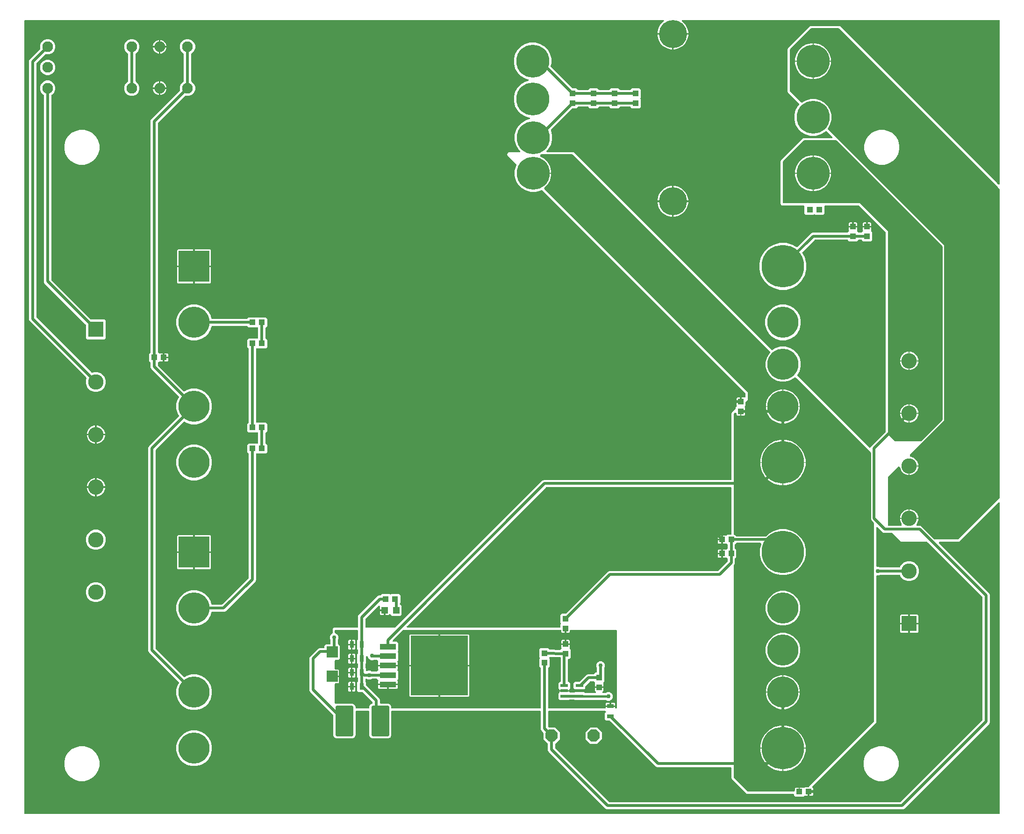
<source format=gbr>
G04 EAGLE Gerber RS-274X export*
G75*
%MOMM*%
%FSLAX34Y34*%
%LPD*%
%INTop Copper*%
%IPPOS*%
%AMOC8*
5,1,8,0,0,1.08239X$1,22.5*%
G01*
G04 Define Apertures*
%ADD10R,2.000000X2.000000*%
%ADD11C,0.640000*%
%ADD12R,1.200000X1.200000*%
%ADD13R,1.000000X1.100000*%
%ADD14R,1.100000X1.000000*%
%ADD15R,10.410000X10.800000*%
%ADD16R,3.000000X1.066800*%
%ADD17R,0.800000X1.200000*%
%ADD18R,1.200000X0.800000*%
%ADD19C,1.950000*%
%ADD20R,1.320800X0.558800*%
%ADD21R,2.781000X2.781000*%
%ADD22C,2.781000*%
%ADD23C,5.969000*%
%ADD24C,5.080000*%
%ADD25P,2.33688X8X22.5*%
%ADD26R,5.638800X5.638800*%
%ADD27C,5.638800*%
%ADD28C,7.696200*%
%ADD29C,0.508000*%
%ADD30C,0.756400*%
%ADD31C,0.457200*%
G36*
X1547710Y-65919D02*
X1547116Y-66040D01*
X-216916Y-66040D01*
X-217465Y-65938D01*
X-217976Y-65611D01*
X-218319Y-65110D01*
X-218440Y-64516D01*
X-218440Y1372516D01*
X-218338Y1373065D01*
X-218011Y1373576D01*
X-217510Y1373919D01*
X-216916Y1374040D01*
X938736Y1374040D01*
X939060Y1374005D01*
X939615Y1373761D01*
X940031Y1373320D01*
X940242Y1372751D01*
X940215Y1372145D01*
X939953Y1371598D01*
X939498Y1371196D01*
X939154Y1370998D01*
X933952Y1365796D01*
X930274Y1359424D01*
X928370Y1352318D01*
X928370Y1350164D01*
X984250Y1350164D01*
X984250Y1352318D01*
X982346Y1359424D01*
X978668Y1365796D01*
X973466Y1370998D01*
X973122Y1371196D01*
X972859Y1371388D01*
X972500Y1371877D01*
X972360Y1372467D01*
X972462Y1373065D01*
X972789Y1373576D01*
X973289Y1373919D01*
X973884Y1374040D01*
X1547116Y1374040D01*
X1547665Y1373938D01*
X1548176Y1373611D01*
X1548519Y1373110D01*
X1548640Y1372516D01*
X1548640Y1076987D01*
X1548546Y1076460D01*
X1548227Y1075944D01*
X1547733Y1075593D01*
X1547140Y1075463D01*
X1546544Y1075574D01*
X1546038Y1075909D01*
X1260206Y1361741D01*
X1259808Y1362094D01*
X1259409Y1362371D01*
X1258980Y1362598D01*
X1258526Y1362772D01*
X1258055Y1362890D01*
X1257554Y1362955D01*
X1257275Y1362964D01*
X1206546Y1362964D01*
X1206015Y1362932D01*
X1205537Y1362845D01*
X1205073Y1362702D01*
X1204629Y1362505D01*
X1204213Y1362256D01*
X1203812Y1361946D01*
X1203608Y1361755D01*
X1165559Y1323706D01*
X1165206Y1323308D01*
X1164929Y1322909D01*
X1164702Y1322480D01*
X1164528Y1322026D01*
X1164410Y1321555D01*
X1164345Y1321054D01*
X1164336Y1320775D01*
X1164336Y1244646D01*
X1164368Y1244115D01*
X1164455Y1243637D01*
X1164598Y1243173D01*
X1164795Y1242729D01*
X1165044Y1242313D01*
X1165354Y1241912D01*
X1165545Y1241708D01*
X1184971Y1222281D01*
X1185287Y1221820D01*
X1185418Y1221228D01*
X1185306Y1220632D01*
X1184971Y1220126D01*
X1183176Y1218331D01*
X1178712Y1210598D01*
X1176401Y1201974D01*
X1176401Y1193046D01*
X1178712Y1184422D01*
X1183176Y1176689D01*
X1189489Y1170376D01*
X1197222Y1165912D01*
X1205846Y1163601D01*
X1214774Y1163601D01*
X1223398Y1165912D01*
X1231131Y1170376D01*
X1232926Y1172171D01*
X1233387Y1172487D01*
X1233979Y1172618D01*
X1234576Y1172506D01*
X1235081Y1172171D01*
X1244887Y1162366D01*
X1245193Y1161927D01*
X1245333Y1161337D01*
X1245231Y1160739D01*
X1244904Y1160228D01*
X1244404Y1159885D01*
X1243809Y1159764D01*
X1193846Y1159764D01*
X1193315Y1159732D01*
X1192837Y1159645D01*
X1192373Y1159502D01*
X1191929Y1159305D01*
X1191513Y1159056D01*
X1191112Y1158746D01*
X1190908Y1158555D01*
X1152859Y1120506D01*
X1152506Y1120108D01*
X1152229Y1119709D01*
X1152002Y1119280D01*
X1151828Y1118826D01*
X1151710Y1118355D01*
X1151645Y1117854D01*
X1151636Y1117575D01*
X1151636Y1041446D01*
X1151668Y1040915D01*
X1151755Y1040437D01*
X1151898Y1039973D01*
X1152095Y1039529D01*
X1152344Y1039113D01*
X1152641Y1038728D01*
X1152982Y1038382D01*
X1153362Y1038079D01*
X1153775Y1037824D01*
X1154216Y1037620D01*
X1154678Y1037470D01*
X1155149Y1037377D01*
X1155751Y1037336D01*
X1193262Y1037336D01*
X1193811Y1037234D01*
X1194322Y1036907D01*
X1194665Y1036406D01*
X1194786Y1035812D01*
X1194786Y1023287D01*
X1197167Y1020906D01*
X1211533Y1020906D01*
X1211772Y1021145D01*
X1212233Y1021461D01*
X1212826Y1021591D01*
X1213422Y1021480D01*
X1213928Y1021145D01*
X1214167Y1020906D01*
X1228533Y1020906D01*
X1230914Y1023287D01*
X1230914Y1035812D01*
X1231016Y1036361D01*
X1231343Y1036872D01*
X1231844Y1037215D01*
X1232438Y1037336D01*
X1293085Y1037336D01*
X1293657Y1037225D01*
X1294163Y1036890D01*
X1341690Y989363D01*
X1342015Y988880D01*
X1342136Y988285D01*
X1342136Y628407D01*
X1342025Y627835D01*
X1341690Y627329D01*
X1315201Y600841D01*
X1314523Y599204D01*
X1314227Y598745D01*
X1313732Y598394D01*
X1313140Y598263D01*
X1312543Y598375D01*
X1312038Y598710D01*
X1182245Y728502D01*
X1181857Y729162D01*
X1181810Y729767D01*
X1182003Y730342D01*
X1185760Y736849D01*
X1187958Y745053D01*
X1187958Y753547D01*
X1185760Y761751D01*
X1181513Y769107D01*
X1175507Y775113D01*
X1168151Y779360D01*
X1159947Y781558D01*
X1151453Y781558D01*
X1143249Y779360D01*
X1136742Y775603D01*
X1136004Y775399D01*
X1135408Y775510D01*
X1134902Y775845D01*
X777606Y1133141D01*
X777208Y1133494D01*
X776809Y1133771D01*
X776380Y1133998D01*
X775926Y1134172D01*
X775455Y1134290D01*
X774954Y1134355D01*
X774675Y1134364D01*
X728898Y1134364D01*
X728371Y1134458D01*
X727855Y1134777D01*
X727504Y1135271D01*
X727374Y1135864D01*
X727485Y1136460D01*
X727820Y1136966D01*
X730714Y1139859D01*
X735178Y1147592D01*
X737489Y1156216D01*
X737489Y1165144D01*
X735243Y1173526D01*
X735191Y1173896D01*
X735303Y1174492D01*
X735638Y1174998D01*
X774029Y1213390D01*
X774512Y1213715D01*
X775107Y1213836D01*
X781383Y1213836D01*
X783897Y1216350D01*
X784380Y1216675D01*
X784975Y1216796D01*
X802525Y1216796D01*
X803097Y1216685D01*
X803603Y1216350D01*
X806117Y1213836D01*
X819483Y1213836D01*
X821997Y1216350D01*
X822480Y1216675D01*
X823075Y1216796D01*
X840625Y1216796D01*
X841197Y1216685D01*
X841703Y1216350D01*
X844217Y1213836D01*
X857583Y1213836D01*
X860097Y1216350D01*
X860580Y1216675D01*
X861175Y1216796D01*
X878725Y1216796D01*
X879297Y1216685D01*
X879803Y1216350D01*
X882317Y1213836D01*
X895683Y1213836D01*
X898064Y1216217D01*
X898064Y1230583D01*
X897825Y1230822D01*
X897509Y1231283D01*
X897379Y1231876D01*
X897490Y1232472D01*
X897825Y1232978D01*
X898064Y1233217D01*
X898064Y1247583D01*
X895683Y1249964D01*
X882317Y1249964D01*
X879803Y1247450D01*
X879320Y1247125D01*
X878725Y1247004D01*
X861175Y1247004D01*
X860603Y1247115D01*
X860097Y1247450D01*
X857583Y1249964D01*
X844217Y1249964D01*
X841703Y1247450D01*
X841220Y1247125D01*
X840625Y1247004D01*
X823075Y1247004D01*
X822503Y1247115D01*
X821997Y1247450D01*
X819483Y1249964D01*
X806117Y1249964D01*
X803603Y1247450D01*
X803120Y1247125D01*
X802525Y1247004D01*
X784975Y1247004D01*
X784403Y1247115D01*
X783897Y1247450D01*
X781383Y1249964D01*
X775107Y1249964D01*
X774535Y1250075D01*
X774029Y1250410D01*
X735483Y1288956D01*
X735253Y1289251D01*
X735052Y1289823D01*
X735089Y1290428D01*
X736219Y1294646D01*
X736219Y1303574D01*
X733908Y1312198D01*
X729444Y1319931D01*
X723131Y1326244D01*
X715398Y1330708D01*
X706774Y1333019D01*
X697846Y1333019D01*
X689222Y1330708D01*
X681489Y1326244D01*
X675176Y1319931D01*
X670712Y1312198D01*
X668401Y1303574D01*
X668401Y1294646D01*
X670712Y1286022D01*
X675176Y1278289D01*
X681489Y1271976D01*
X689222Y1267512D01*
X693774Y1266292D01*
X694077Y1266175D01*
X694551Y1265795D01*
X694838Y1265261D01*
X694895Y1264657D01*
X694711Y1264079D01*
X694317Y1263618D01*
X693774Y1263348D01*
X689222Y1262128D01*
X681489Y1257664D01*
X675176Y1251351D01*
X670712Y1243618D01*
X668401Y1234994D01*
X668401Y1226066D01*
X670712Y1217442D01*
X675176Y1209709D01*
X681489Y1203396D01*
X689222Y1198932D01*
X696779Y1196907D01*
X697082Y1196790D01*
X697555Y1196410D01*
X697843Y1195876D01*
X697900Y1195272D01*
X697716Y1194694D01*
X697322Y1194233D01*
X696779Y1193963D01*
X690492Y1192278D01*
X682759Y1187814D01*
X676446Y1181501D01*
X671982Y1173768D01*
X669671Y1165144D01*
X669671Y1156216D01*
X671982Y1147592D01*
X676446Y1139859D01*
X679340Y1136966D01*
X679646Y1136527D01*
X679785Y1135937D01*
X679684Y1135339D01*
X679357Y1134828D01*
X678857Y1134485D01*
X678262Y1134364D01*
X660446Y1134364D01*
X659915Y1134332D01*
X659437Y1134245D01*
X658973Y1134102D01*
X658529Y1133905D01*
X658113Y1133656D01*
X657728Y1133359D01*
X657382Y1133018D01*
X657079Y1132638D01*
X656824Y1132225D01*
X656620Y1131784D01*
X656470Y1131322D01*
X656376Y1130846D01*
X656339Y1130361D01*
X656361Y1129876D01*
X656440Y1129397D01*
X656577Y1128931D01*
X656767Y1128484D01*
X657010Y1128063D01*
X657310Y1127663D01*
X657548Y1127404D01*
X672609Y1112344D01*
X672997Y1111684D01*
X673044Y1111079D01*
X672851Y1110504D01*
X671982Y1108998D01*
X669671Y1100374D01*
X669671Y1091446D01*
X671982Y1082822D01*
X676446Y1075089D01*
X682759Y1068776D01*
X690492Y1064312D01*
X699116Y1062001D01*
X708044Y1062001D01*
X716668Y1064312D01*
X718174Y1065181D01*
X718912Y1065385D01*
X719508Y1065274D01*
X720014Y1064939D01*
X1087690Y697263D01*
X1088015Y696780D01*
X1088136Y696185D01*
X1088136Y690735D01*
X1088042Y690209D01*
X1087723Y689693D01*
X1087229Y689342D01*
X1086636Y689212D01*
X1086040Y689323D01*
X1085561Y689640D01*
X1081024Y689640D01*
X1081024Y680076D01*
X1071960Y680076D01*
X1071960Y674953D01*
X1072069Y674794D01*
X1072199Y674202D01*
X1072088Y673606D01*
X1071753Y673100D01*
X1070436Y671783D01*
X1070436Y670415D01*
X1070325Y669843D01*
X1069990Y669337D01*
X1063959Y663306D01*
X1063606Y662908D01*
X1063329Y662509D01*
X1063102Y662080D01*
X1062928Y661626D01*
X1062810Y661155D01*
X1062745Y660654D01*
X1062736Y660375D01*
X1062736Y541528D01*
X1062634Y540979D01*
X1062307Y540468D01*
X1061806Y540125D01*
X1061212Y540004D01*
X722586Y540004D01*
X720159Y538999D01*
X453895Y272734D01*
X453412Y272409D01*
X452817Y272288D01*
X400668Y272288D01*
X400119Y272390D01*
X399608Y272717D01*
X399265Y273218D01*
X399144Y273812D01*
X399144Y287573D01*
X399255Y288145D01*
X399590Y288651D01*
X422858Y311919D01*
X423297Y312225D01*
X423887Y312364D01*
X424485Y312263D01*
X424996Y311936D01*
X425339Y311436D01*
X425460Y310841D01*
X425460Y305054D01*
X435524Y305054D01*
X435524Y294990D01*
X441052Y294990D01*
X442345Y296283D01*
X442806Y296599D01*
X443398Y296729D01*
X443994Y296618D01*
X444500Y296283D01*
X447317Y293466D01*
X462683Y293466D01*
X465064Y295847D01*
X465064Y311213D01*
X462581Y313696D01*
X462579Y313696D01*
X462068Y314023D01*
X461725Y314524D01*
X461604Y315118D01*
X461604Y315575D01*
X461715Y316147D01*
X462050Y316653D01*
X462564Y317167D01*
X462564Y330533D01*
X460183Y332914D01*
X445817Y332914D01*
X445578Y332675D01*
X445117Y332359D01*
X444524Y332229D01*
X443928Y332340D01*
X443422Y332675D01*
X443183Y332914D01*
X428817Y332914D01*
X426803Y330900D01*
X426320Y330575D01*
X425725Y330454D01*
X424136Y330454D01*
X421709Y329449D01*
X386941Y294681D01*
X385936Y292254D01*
X385936Y273812D01*
X385834Y273263D01*
X385507Y272752D01*
X385006Y272409D01*
X384412Y272288D01*
X343962Y272288D01*
X343431Y272256D01*
X342953Y272169D01*
X342489Y272026D01*
X342045Y271829D01*
X341629Y271580D01*
X341244Y271283D01*
X340898Y270942D01*
X340595Y270562D01*
X340340Y270149D01*
X340136Y269708D01*
X339986Y269246D01*
X339893Y268775D01*
X339852Y268173D01*
X339852Y262248D01*
X339745Y261688D01*
X339414Y261179D01*
X338911Y260840D01*
X338456Y260652D01*
X336249Y258444D01*
X335054Y255561D01*
X335054Y252439D01*
X336180Y249721D01*
X336296Y249138D01*
X336296Y243328D01*
X336194Y242779D01*
X335867Y242268D01*
X335366Y241925D01*
X334772Y241804D01*
X327407Y241804D01*
X325026Y239423D01*
X325026Y236728D01*
X324924Y236179D01*
X324597Y235668D01*
X324096Y235325D01*
X323502Y235204D01*
X316186Y235204D01*
X313759Y234199D01*
X299201Y219641D01*
X298196Y217214D01*
X298196Y157996D01*
X299201Y155569D01*
X340730Y114041D01*
X341055Y113558D01*
X341176Y112963D01*
X341176Y77125D01*
X342282Y74455D01*
X344325Y72412D01*
X346995Y71306D01*
X375485Y71306D01*
X378155Y72412D01*
X380198Y74455D01*
X381304Y77125D01*
X381304Y119888D01*
X381406Y120437D01*
X381733Y120948D01*
X382234Y121291D01*
X382828Y121412D01*
X404652Y121412D01*
X405201Y121310D01*
X405712Y120983D01*
X406055Y120482D01*
X406176Y119888D01*
X406176Y77125D01*
X407282Y74455D01*
X409325Y72412D01*
X411995Y71306D01*
X440485Y71306D01*
X443155Y72412D01*
X445198Y74455D01*
X446304Y77125D01*
X446304Y119888D01*
X446406Y120437D01*
X446733Y120948D01*
X447234Y121291D01*
X447828Y121412D01*
X715772Y121412D01*
X716321Y121310D01*
X716832Y120983D01*
X717175Y120482D01*
X717296Y119888D01*
X717296Y87586D01*
X718301Y85159D01*
X721295Y82166D01*
X721620Y81683D01*
X721741Y81088D01*
X721741Y70045D01*
X729550Y62237D01*
X729875Y61753D01*
X729996Y61159D01*
X729996Y49486D01*
X731001Y47059D01*
X834459Y-56399D01*
X836886Y-57404D01*
X1372914Y-57404D01*
X1375341Y-56399D01*
X1529599Y97859D01*
X1530604Y100286D01*
X1530604Y331514D01*
X1529599Y333941D01*
X1438405Y425134D01*
X1438099Y425573D01*
X1437960Y426163D01*
X1438061Y426761D01*
X1438388Y427272D01*
X1438888Y427615D01*
X1439483Y427736D01*
X1473154Y427736D01*
X1473685Y427768D01*
X1474163Y427855D01*
X1474627Y427998D01*
X1475071Y428195D01*
X1475488Y428444D01*
X1475888Y428754D01*
X1476092Y428945D01*
X1546038Y498891D01*
X1546477Y499197D01*
X1547067Y499337D01*
X1547665Y499235D01*
X1548176Y498908D01*
X1548519Y498408D01*
X1548640Y497813D01*
X1548640Y-64516D01*
X1548538Y-65065D01*
X1548211Y-65576D01*
X1547710Y-65919D01*
G37*
%LPC*%
G36*
X957834Y1320700D02*
X959988Y1320700D01*
X967094Y1322604D01*
X973466Y1326282D01*
X978668Y1331484D01*
X982346Y1337856D01*
X984250Y1344962D01*
X984250Y1347116D01*
X957834Y1347116D01*
X957834Y1320700D01*
G37*
G36*
X952632Y1320700D02*
X954786Y1320700D01*
X954786Y1347116D01*
X928370Y1347116D01*
X928370Y1344962D01*
X930274Y1337856D01*
X933952Y1331484D01*
X939154Y1326282D01*
X945526Y1322604D01*
X952632Y1320700D01*
G37*
G36*
X-26478Y1236466D02*
X-20982Y1236466D01*
X-15905Y1238569D01*
X-12019Y1242455D01*
X-9916Y1247532D01*
X-9916Y1253028D01*
X-12019Y1258105D01*
X-15905Y1261991D01*
X-16185Y1262107D01*
X-16662Y1262420D01*
X-17005Y1262921D01*
X-17126Y1263515D01*
X-17126Y1312045D01*
X-17019Y1312606D01*
X-16688Y1313114D01*
X-16185Y1313453D01*
X-15905Y1313569D01*
X-12019Y1317455D01*
X-9916Y1322532D01*
X-9916Y1328028D01*
X-12019Y1333105D01*
X-15905Y1336991D01*
X-20982Y1339094D01*
X-26478Y1339094D01*
X-31555Y1336991D01*
X-35441Y1333105D01*
X-37544Y1328028D01*
X-37544Y1322532D01*
X-35441Y1317455D01*
X-31555Y1313569D01*
X-31275Y1313453D01*
X-30798Y1313140D01*
X-30455Y1312639D01*
X-30334Y1312045D01*
X-30334Y1263515D01*
X-30441Y1262954D01*
X-30772Y1262446D01*
X-31275Y1262107D01*
X-31555Y1261991D01*
X-35441Y1258105D01*
X-37544Y1253028D01*
X-37544Y1247532D01*
X-35441Y1242455D01*
X-31555Y1238569D01*
X-26478Y1236466D01*
G37*
G36*
X-92474Y699531D02*
X-85326Y699531D01*
X-78721Y702267D01*
X-73667Y707321D01*
X-70931Y713926D01*
X-70931Y721074D01*
X-73667Y727679D01*
X-78721Y732733D01*
X-85326Y735469D01*
X-92474Y735469D01*
X-95108Y734378D01*
X-95667Y734262D01*
X-96263Y734373D01*
X-96769Y734708D01*
X-196150Y834089D01*
X-196475Y834572D01*
X-196596Y835167D01*
X-196596Y1295043D01*
X-196485Y1295615D01*
X-196150Y1296121D01*
X-181019Y1311252D01*
X-180547Y1311573D01*
X-179953Y1311698D01*
X-179358Y1311582D01*
X-179078Y1311466D01*
X-173582Y1311466D01*
X-168505Y1313569D01*
X-164619Y1317455D01*
X-162516Y1322532D01*
X-162516Y1328028D01*
X-164619Y1333105D01*
X-168505Y1336991D01*
X-173582Y1339094D01*
X-179078Y1339094D01*
X-184155Y1336991D01*
X-188041Y1333105D01*
X-190144Y1328028D01*
X-190144Y1322532D01*
X-190028Y1322252D01*
X-189912Y1321693D01*
X-190023Y1321097D01*
X-190358Y1320591D01*
X-208799Y1302151D01*
X-209804Y1299724D01*
X-209804Y830486D01*
X-208799Y828059D01*
X-106108Y725369D01*
X-105788Y724897D01*
X-105662Y724303D01*
X-105778Y723708D01*
X-106869Y721074D01*
X-106869Y713926D01*
X-104133Y707321D01*
X-99079Y702267D01*
X-92474Y699531D01*
G37*
G36*
X84653Y122778D02*
X93147Y122778D01*
X101351Y124976D01*
X108707Y129223D01*
X114713Y135229D01*
X118960Y142585D01*
X121158Y150789D01*
X121158Y159283D01*
X118960Y167487D01*
X114713Y174843D01*
X108707Y180849D01*
X101351Y185096D01*
X93147Y187294D01*
X84653Y187294D01*
X76449Y185096D01*
X72219Y182654D01*
X71482Y182450D01*
X70885Y182561D01*
X70380Y182896D01*
X19750Y233525D01*
X19425Y234008D01*
X19304Y234603D01*
X19304Y593533D01*
X19415Y594105D01*
X19750Y594611D01*
X70380Y645240D01*
X71039Y645628D01*
X71644Y645675D01*
X72219Y645482D01*
X76449Y643040D01*
X84653Y640842D01*
X93147Y640842D01*
X101351Y643040D01*
X108707Y647287D01*
X114713Y653293D01*
X118960Y660649D01*
X121158Y668853D01*
X121158Y677347D01*
X118960Y685551D01*
X114713Y692907D01*
X108707Y698913D01*
X101351Y703160D01*
X93147Y705358D01*
X84653Y705358D01*
X76449Y703160D01*
X72219Y700718D01*
X71482Y700514D01*
X70885Y700625D01*
X70380Y700960D01*
X23950Y747389D01*
X23625Y747872D01*
X23504Y748467D01*
X23504Y751725D01*
X23615Y752297D01*
X23950Y752803D01*
X25400Y754253D01*
X25861Y754569D01*
X26453Y754699D01*
X27050Y754588D01*
X27242Y754460D01*
X32376Y754460D01*
X32376Y769540D01*
X27253Y769540D01*
X27094Y769431D01*
X26502Y769301D01*
X25906Y769412D01*
X25400Y769747D01*
X23950Y771197D01*
X23625Y771680D01*
X23504Y772275D01*
X23504Y1186743D01*
X23615Y1187315D01*
X23950Y1187821D01*
X72381Y1236252D01*
X72853Y1236573D01*
X73447Y1236698D01*
X74042Y1236582D01*
X74322Y1236466D01*
X79818Y1236466D01*
X84895Y1238569D01*
X88781Y1242455D01*
X90884Y1247532D01*
X90884Y1253028D01*
X88781Y1258105D01*
X84895Y1261991D01*
X84615Y1262107D01*
X84138Y1262420D01*
X83795Y1262921D01*
X83674Y1263515D01*
X83674Y1312045D01*
X83781Y1312606D01*
X84112Y1313114D01*
X84615Y1313453D01*
X84895Y1313569D01*
X88781Y1317455D01*
X90884Y1322532D01*
X90884Y1328028D01*
X88781Y1333105D01*
X84895Y1336991D01*
X79818Y1339094D01*
X74322Y1339094D01*
X69245Y1336991D01*
X65359Y1333105D01*
X63256Y1328028D01*
X63256Y1322532D01*
X65359Y1317455D01*
X69245Y1313569D01*
X69525Y1313453D01*
X70002Y1313140D01*
X70345Y1312639D01*
X70466Y1312045D01*
X70466Y1263515D01*
X70359Y1262954D01*
X70028Y1262446D01*
X69525Y1262107D01*
X69245Y1261991D01*
X65359Y1258105D01*
X63256Y1253028D01*
X63256Y1247532D01*
X63372Y1247252D01*
X63488Y1246693D01*
X63377Y1246097D01*
X63042Y1245591D01*
X11301Y1193851D01*
X10296Y1191424D01*
X10296Y772275D01*
X10185Y771703D01*
X9850Y771197D01*
X7336Y768683D01*
X7336Y755317D01*
X9850Y752803D01*
X10175Y752320D01*
X10296Y751725D01*
X10296Y743786D01*
X11301Y741359D01*
X61040Y691620D01*
X61428Y690961D01*
X61475Y690356D01*
X61282Y689781D01*
X58840Y685551D01*
X56642Y677347D01*
X56642Y668853D01*
X58840Y660649D01*
X61282Y656419D01*
X61486Y655682D01*
X61375Y655085D01*
X61040Y654580D01*
X7101Y600641D01*
X6096Y598214D01*
X6096Y229922D01*
X7101Y227495D01*
X61040Y173556D01*
X61428Y172897D01*
X61475Y172292D01*
X61282Y171717D01*
X58840Y167487D01*
X56642Y159283D01*
X56642Y150789D01*
X58840Y142585D01*
X63087Y135229D01*
X69093Y129223D01*
X76449Y124976D01*
X84653Y122778D01*
G37*
G36*
X28194Y1326804D02*
X38960Y1326804D01*
X38960Y1327725D01*
X37089Y1332242D01*
X33632Y1335699D01*
X29115Y1337570D01*
X28194Y1337570D01*
X28194Y1326804D01*
G37*
G36*
X14380Y1326804D02*
X25146Y1326804D01*
X25146Y1337570D01*
X24225Y1337570D01*
X19708Y1335699D01*
X16251Y1332242D01*
X14380Y1327725D01*
X14380Y1326804D01*
G37*
G36*
X24225Y1312990D02*
X25146Y1312990D01*
X25146Y1323756D01*
X14380Y1323756D01*
X14380Y1322835D01*
X16251Y1318318D01*
X19708Y1314861D01*
X24225Y1312990D01*
G37*
G36*
X28194Y1312990D02*
X29115Y1312990D01*
X33632Y1314861D01*
X37089Y1318318D01*
X38960Y1322835D01*
X38960Y1323756D01*
X28194Y1323756D01*
X28194Y1312990D01*
G37*
G36*
X-179078Y1273966D02*
X-173582Y1273966D01*
X-168505Y1276069D01*
X-164619Y1279955D01*
X-162516Y1285032D01*
X-162516Y1290528D01*
X-164619Y1295605D01*
X-168505Y1299491D01*
X-173582Y1301594D01*
X-179078Y1301594D01*
X-184155Y1299491D01*
X-188041Y1295605D01*
X-190144Y1290528D01*
X-190144Y1285032D01*
X-188041Y1279955D01*
X-184155Y1276069D01*
X-179078Y1273966D01*
G37*
G36*
X-104488Y794831D02*
X-73312Y794831D01*
X-70931Y797212D01*
X-70931Y828388D01*
X-73312Y830769D01*
X-96898Y830769D01*
X-97470Y830880D01*
X-97976Y831215D01*
X-169280Y902519D01*
X-169605Y903002D01*
X-169726Y903597D01*
X-169726Y1237045D01*
X-169619Y1237606D01*
X-169288Y1238114D01*
X-168785Y1238453D01*
X-168505Y1238569D01*
X-164619Y1242455D01*
X-162516Y1247532D01*
X-162516Y1253028D01*
X-164619Y1258105D01*
X-168505Y1261991D01*
X-173582Y1264094D01*
X-179078Y1264094D01*
X-184155Y1261991D01*
X-188041Y1258105D01*
X-190144Y1253028D01*
X-190144Y1247532D01*
X-188041Y1242455D01*
X-184155Y1238569D01*
X-183875Y1238453D01*
X-183398Y1238140D01*
X-183055Y1237639D01*
X-182934Y1237045D01*
X-182934Y898916D01*
X-181929Y896489D01*
X-107315Y821876D01*
X-106990Y821393D01*
X-106869Y820798D01*
X-106869Y797212D01*
X-104488Y794831D01*
G37*
G36*
X28194Y1251804D02*
X38960Y1251804D01*
X38960Y1252725D01*
X37089Y1257242D01*
X33632Y1260699D01*
X29115Y1262570D01*
X28194Y1262570D01*
X28194Y1251804D01*
G37*
G36*
X14380Y1251804D02*
X25146Y1251804D01*
X25146Y1262570D01*
X24225Y1262570D01*
X19708Y1260699D01*
X16251Y1257242D01*
X14380Y1252725D01*
X14380Y1251804D01*
G37*
G36*
X24225Y1237990D02*
X25146Y1237990D01*
X25146Y1248756D01*
X14380Y1248756D01*
X14380Y1247835D01*
X16251Y1243318D01*
X19708Y1239861D01*
X24225Y1237990D01*
G37*
G36*
X28194Y1237990D02*
X29115Y1237990D01*
X33632Y1239861D01*
X37089Y1243318D01*
X38960Y1247835D01*
X38960Y1248756D01*
X28194Y1248756D01*
X28194Y1237990D01*
G37*
G36*
X-118480Y1111250D02*
X-110120Y1111250D01*
X-102045Y1113414D01*
X-94805Y1117594D01*
X-88894Y1123505D01*
X-84714Y1130745D01*
X-82550Y1138820D01*
X-82550Y1147180D01*
X-84714Y1155255D01*
X-88894Y1162495D01*
X-94805Y1168406D01*
X-102045Y1172586D01*
X-110120Y1174750D01*
X-118480Y1174750D01*
X-126555Y1172586D01*
X-133795Y1168406D01*
X-139706Y1162495D01*
X-143886Y1155255D01*
X-146050Y1147180D01*
X-146050Y1138820D01*
X-143886Y1130745D01*
X-139706Y1123505D01*
X-133795Y1117594D01*
X-126555Y1113414D01*
X-118480Y1111250D01*
G37*
G36*
X928370Y1046634D02*
X954786Y1046634D01*
X954786Y1073050D01*
X952632Y1073050D01*
X945526Y1071146D01*
X939154Y1067468D01*
X933952Y1062266D01*
X930274Y1055894D01*
X928370Y1048788D01*
X928370Y1046634D01*
G37*
G36*
X957834Y1046634D02*
X984250Y1046634D01*
X984250Y1048788D01*
X982346Y1055894D01*
X978668Y1062266D01*
X973466Y1067468D01*
X967094Y1071146D01*
X959988Y1073050D01*
X957834Y1073050D01*
X957834Y1046634D01*
G37*
G36*
X957834Y1017170D02*
X959988Y1017170D01*
X967094Y1019074D01*
X973466Y1022752D01*
X978668Y1027954D01*
X982346Y1034326D01*
X984250Y1041432D01*
X984250Y1043586D01*
X957834Y1043586D01*
X957834Y1017170D01*
G37*
G36*
X952632Y1017170D02*
X954786Y1017170D01*
X954786Y1043586D01*
X928370Y1043586D01*
X928370Y1041432D01*
X930274Y1034326D01*
X933952Y1027954D01*
X939154Y1022752D01*
X945526Y1019074D01*
X952632Y1017170D01*
G37*
G36*
X1275160Y1000624D02*
X1281176Y1000624D01*
X1281176Y1007140D01*
X1276648Y1007140D01*
X1275160Y1005652D01*
X1275160Y1000624D01*
G37*
G36*
X1300560Y1000624D02*
X1306576Y1000624D01*
X1306576Y1007140D01*
X1302048Y1007140D01*
X1300560Y1005652D01*
X1300560Y1000624D01*
G37*
G36*
X1284224Y1000624D02*
X1290240Y1000624D01*
X1290240Y1005652D01*
X1288752Y1007140D01*
X1284224Y1007140D01*
X1284224Y1000624D01*
G37*
G36*
X1309624Y1000624D02*
X1315640Y1000624D01*
X1315640Y1005652D01*
X1314152Y1007140D01*
X1309624Y1007140D01*
X1309624Y1000624D01*
G37*
G36*
X1150099Y884555D02*
X1161301Y884555D01*
X1172122Y887454D01*
X1181823Y893056D01*
X1189744Y900977D01*
X1195346Y910678D01*
X1198245Y921499D01*
X1198245Y932701D01*
X1195346Y943522D01*
X1190848Y951311D01*
X1190644Y952049D01*
X1190756Y952645D01*
X1191091Y953151D01*
X1212989Y975050D01*
X1213472Y975375D01*
X1214067Y975496D01*
X1272425Y975496D01*
X1272997Y975385D01*
X1273503Y975050D01*
X1276017Y972536D01*
X1289383Y972536D01*
X1291897Y975050D01*
X1292380Y975375D01*
X1292975Y975496D01*
X1297825Y975496D01*
X1298397Y975385D01*
X1298903Y975050D01*
X1301417Y972536D01*
X1314783Y972536D01*
X1317164Y974917D01*
X1317164Y989283D01*
X1315847Y990600D01*
X1315531Y991061D01*
X1315401Y991653D01*
X1315512Y992250D01*
X1315640Y992442D01*
X1315640Y997576D01*
X1300560Y997576D01*
X1300560Y992453D01*
X1300669Y992294D01*
X1300799Y991702D01*
X1300688Y991106D01*
X1300353Y990600D01*
X1298903Y989150D01*
X1298420Y988825D01*
X1297825Y988704D01*
X1292975Y988704D01*
X1292403Y988815D01*
X1291897Y989150D01*
X1290447Y990600D01*
X1290131Y991061D01*
X1290001Y991653D01*
X1290112Y992250D01*
X1290240Y992442D01*
X1290240Y997576D01*
X1275160Y997576D01*
X1275160Y992453D01*
X1275269Y992294D01*
X1275399Y991702D01*
X1275288Y991106D01*
X1274953Y990600D01*
X1273503Y989150D01*
X1273020Y988825D01*
X1272425Y988704D01*
X1209386Y988704D01*
X1206959Y987699D01*
X1181751Y962491D01*
X1181091Y962103D01*
X1180487Y962056D01*
X1179911Y962248D01*
X1172122Y966746D01*
X1161301Y969645D01*
X1150099Y969645D01*
X1139278Y966746D01*
X1129577Y961144D01*
X1121656Y953223D01*
X1116054Y943522D01*
X1113155Y932701D01*
X1113155Y921499D01*
X1116054Y910678D01*
X1121656Y900977D01*
X1129577Y893056D01*
X1139278Y887454D01*
X1150099Y884555D01*
G37*
G36*
X90424Y928624D02*
X119634Y928624D01*
X119634Y956346D01*
X118146Y957834D01*
X90424Y957834D01*
X90424Y928624D01*
G37*
G36*
X58166Y928624D02*
X87376Y928624D01*
X87376Y957834D01*
X59654Y957834D01*
X58166Y956346D01*
X58166Y928624D01*
G37*
G36*
X59654Y896366D02*
X87376Y896366D01*
X87376Y925576D01*
X58166Y925576D01*
X58166Y897854D01*
X59654Y896366D01*
G37*
G36*
X90424Y896366D02*
X118146Y896366D01*
X119634Y897854D01*
X119634Y925576D01*
X90424Y925576D01*
X90424Y896366D01*
G37*
G36*
X1151453Y793242D02*
X1159947Y793242D01*
X1168151Y795440D01*
X1175507Y799687D01*
X1181513Y805693D01*
X1185760Y813049D01*
X1187958Y821253D01*
X1187958Y829747D01*
X1185760Y837951D01*
X1181513Y845307D01*
X1175507Y851313D01*
X1168151Y855560D01*
X1159947Y857758D01*
X1151453Y857758D01*
X1143249Y855560D01*
X1135893Y851313D01*
X1129887Y845307D01*
X1125640Y837951D01*
X1123442Y829747D01*
X1123442Y821253D01*
X1125640Y813049D01*
X1129887Y805693D01*
X1135893Y799687D01*
X1143249Y795440D01*
X1151453Y793242D01*
G37*
G36*
X84653Y275178D02*
X93147Y275178D01*
X101351Y277376D01*
X108707Y281623D01*
X114713Y287629D01*
X118960Y294985D01*
X120224Y299702D01*
X120601Y300368D01*
X121101Y300711D01*
X121696Y300832D01*
X143650Y300832D01*
X146077Y301837D01*
X200299Y356059D01*
X201304Y358486D01*
X201304Y586625D01*
X201415Y587197D01*
X201750Y587703D01*
X202122Y588075D01*
X202583Y588391D01*
X203176Y588521D01*
X203772Y588410D01*
X204278Y588075D01*
X204517Y587836D01*
X218883Y587836D01*
X221264Y590217D01*
X221264Y603583D01*
X218750Y606097D01*
X218425Y606580D01*
X218304Y607175D01*
X218304Y624725D01*
X218415Y625297D01*
X218750Y625803D01*
X221264Y628317D01*
X221264Y641683D01*
X218883Y644064D01*
X204517Y644064D01*
X204278Y643825D01*
X203817Y643509D01*
X203224Y643379D01*
X202628Y643490D01*
X202122Y643825D01*
X201750Y644197D01*
X201425Y644680D01*
X201304Y645275D01*
X201304Y777125D01*
X201415Y777697D01*
X201750Y778203D01*
X202122Y778575D01*
X202583Y778891D01*
X203176Y779021D01*
X203772Y778910D01*
X204278Y778575D01*
X204517Y778336D01*
X218883Y778336D01*
X221264Y780717D01*
X221264Y794083D01*
X218750Y796597D01*
X218425Y797080D01*
X218304Y797675D01*
X218304Y815225D01*
X218415Y815797D01*
X218750Y816303D01*
X221264Y818817D01*
X221264Y832183D01*
X218883Y834564D01*
X204517Y834564D01*
X204278Y834325D01*
X203817Y834009D01*
X203224Y833879D01*
X202628Y833990D01*
X202122Y834325D01*
X201883Y834564D01*
X187517Y834564D01*
X185503Y832550D01*
X185020Y832225D01*
X184425Y832104D01*
X121696Y832104D01*
X120955Y832296D01*
X120494Y832691D01*
X120224Y833234D01*
X118960Y837951D01*
X114713Y845307D01*
X108707Y851313D01*
X101351Y855560D01*
X93147Y857758D01*
X84653Y857758D01*
X76449Y855560D01*
X69093Y851313D01*
X63087Y845307D01*
X58840Y837951D01*
X56642Y829747D01*
X56642Y821253D01*
X58840Y813049D01*
X63087Y805693D01*
X69093Y799687D01*
X76449Y795440D01*
X84653Y793242D01*
X93147Y793242D01*
X101351Y795440D01*
X108707Y799687D01*
X114713Y805693D01*
X118960Y813049D01*
X120224Y817766D01*
X120601Y818432D01*
X121101Y818775D01*
X121696Y818896D01*
X184425Y818896D01*
X184997Y818785D01*
X185503Y818450D01*
X187517Y816436D01*
X201883Y816436D01*
X202122Y816675D01*
X202583Y816991D01*
X203176Y817121D01*
X203772Y817010D01*
X204278Y816675D01*
X204650Y816303D01*
X204975Y815820D01*
X205096Y815225D01*
X205096Y797675D01*
X204985Y797103D01*
X204650Y796597D01*
X204278Y796225D01*
X203817Y795909D01*
X203224Y795779D01*
X202628Y795890D01*
X202122Y796225D01*
X201883Y796464D01*
X187517Y796464D01*
X185136Y794083D01*
X185136Y780717D01*
X187650Y778203D01*
X187975Y777720D01*
X188096Y777125D01*
X188096Y645275D01*
X187985Y644703D01*
X187650Y644197D01*
X185136Y641683D01*
X185136Y628317D01*
X187517Y625936D01*
X201883Y625936D01*
X202122Y626175D01*
X202583Y626491D01*
X203176Y626621D01*
X203772Y626510D01*
X204278Y626175D01*
X204650Y625803D01*
X204975Y625320D01*
X205096Y624725D01*
X205096Y607175D01*
X204985Y606603D01*
X204650Y606097D01*
X204278Y605725D01*
X203817Y605409D01*
X203224Y605279D01*
X202628Y605390D01*
X202122Y605725D01*
X201883Y605964D01*
X187517Y605964D01*
X185136Y603583D01*
X185136Y590217D01*
X187650Y587703D01*
X187975Y587220D01*
X188096Y586625D01*
X188096Y363167D01*
X187985Y362595D01*
X187650Y362089D01*
X140047Y314486D01*
X139564Y314161D01*
X138969Y314040D01*
X121696Y314040D01*
X120955Y314232D01*
X120494Y314627D01*
X120224Y315170D01*
X118960Y319887D01*
X114713Y327243D01*
X108707Y333249D01*
X101351Y337496D01*
X93147Y339694D01*
X84653Y339694D01*
X76449Y337496D01*
X69093Y333249D01*
X63087Y327243D01*
X58840Y319887D01*
X56642Y311683D01*
X56642Y303189D01*
X58840Y294985D01*
X63087Y287629D01*
X69093Y281623D01*
X76449Y277376D01*
X84653Y275178D01*
G37*
G36*
X35424Y763524D02*
X41940Y763524D01*
X41940Y768052D01*
X40452Y769540D01*
X35424Y769540D01*
X35424Y763524D01*
G37*
G36*
X35424Y754460D02*
X40452Y754460D01*
X41940Y755948D01*
X41940Y760476D01*
X35424Y760476D01*
X35424Y754460D01*
G37*
G36*
X1071960Y683124D02*
X1077976Y683124D01*
X1077976Y689640D01*
X1073448Y689640D01*
X1071960Y688152D01*
X1071960Y683124D01*
G37*
G36*
X-105345Y623724D02*
X-90424Y623724D01*
X-90424Y638645D01*
X-92171Y638645D01*
X-98215Y636141D01*
X-102841Y631515D01*
X-105345Y625471D01*
X-105345Y623724D01*
G37*
G36*
X-87376Y623724D02*
X-72455Y623724D01*
X-72455Y625471D01*
X-74959Y631515D01*
X-79585Y636141D01*
X-85629Y638645D01*
X-87376Y638645D01*
X-87376Y623724D01*
G37*
G36*
X-87376Y605755D02*
X-85629Y605755D01*
X-79585Y608259D01*
X-74959Y612885D01*
X-72455Y618929D01*
X-72455Y620676D01*
X-87376Y620676D01*
X-87376Y605755D01*
G37*
G36*
X-92171Y605755D02*
X-90424Y605755D01*
X-90424Y620676D01*
X-105345Y620676D01*
X-105345Y618929D01*
X-102841Y612885D01*
X-98215Y608259D01*
X-92171Y605755D01*
G37*
G36*
X84653Y539242D02*
X93147Y539242D01*
X101351Y541440D01*
X108707Y545687D01*
X114713Y551693D01*
X118960Y559049D01*
X121158Y567253D01*
X121158Y575747D01*
X118960Y583951D01*
X114713Y591307D01*
X108707Y597313D01*
X101351Y601560D01*
X93147Y603758D01*
X84653Y603758D01*
X76449Y601560D01*
X69093Y597313D01*
X63087Y591307D01*
X58840Y583951D01*
X56642Y575747D01*
X56642Y567253D01*
X58840Y559049D01*
X63087Y551693D01*
X69093Y545687D01*
X76449Y541440D01*
X84653Y539242D01*
G37*
G36*
X-105345Y528424D02*
X-90424Y528424D01*
X-90424Y543345D01*
X-92171Y543345D01*
X-98215Y540841D01*
X-102841Y536215D01*
X-105345Y530171D01*
X-105345Y528424D01*
G37*
G36*
X-87376Y528424D02*
X-72455Y528424D01*
X-72455Y530171D01*
X-74959Y536215D01*
X-79585Y540841D01*
X-85629Y543345D01*
X-87376Y543345D01*
X-87376Y528424D01*
G37*
G36*
X-92171Y510455D02*
X-90424Y510455D01*
X-90424Y525376D01*
X-105345Y525376D01*
X-105345Y523629D01*
X-102841Y517585D01*
X-98215Y512959D01*
X-92171Y510455D01*
G37*
G36*
X-87376Y510455D02*
X-85629Y510455D01*
X-79585Y512959D01*
X-74959Y517585D01*
X-72455Y523629D01*
X-72455Y525376D01*
X-87376Y525376D01*
X-87376Y510455D01*
G37*
G36*
X-92474Y413631D02*
X-85326Y413631D01*
X-78721Y416367D01*
X-73667Y421421D01*
X-70931Y428026D01*
X-70931Y435174D01*
X-73667Y441779D01*
X-78721Y446833D01*
X-85326Y449569D01*
X-92474Y449569D01*
X-99079Y446833D01*
X-104133Y441779D01*
X-106869Y435174D01*
X-106869Y428026D01*
X-104133Y421421D01*
X-99079Y416367D01*
X-92474Y413631D01*
G37*
G36*
X58166Y410560D02*
X87376Y410560D01*
X87376Y439770D01*
X59654Y439770D01*
X58166Y438282D01*
X58166Y410560D01*
G37*
G36*
X90424Y410560D02*
X119634Y410560D01*
X119634Y438282D01*
X118146Y439770D01*
X90424Y439770D01*
X90424Y410560D01*
G37*
G36*
X59654Y378302D02*
X87376Y378302D01*
X87376Y407512D01*
X58166Y407512D01*
X58166Y379790D01*
X59654Y378302D01*
G37*
G36*
X90424Y378302D02*
X118146Y378302D01*
X119634Y379790D01*
X119634Y407512D01*
X90424Y407512D01*
X90424Y378302D01*
G37*
G36*
X-92474Y318331D02*
X-85326Y318331D01*
X-78721Y321067D01*
X-73667Y326121D01*
X-70931Y332726D01*
X-70931Y339874D01*
X-73667Y346479D01*
X-78721Y351533D01*
X-85326Y354269D01*
X-92474Y354269D01*
X-99079Y351533D01*
X-104133Y346479D01*
X-106869Y339874D01*
X-106869Y332726D01*
X-104133Y326121D01*
X-99079Y321067D01*
X-92474Y318331D01*
G37*
G36*
X426948Y294990D02*
X432476Y294990D01*
X432476Y302006D01*
X425460Y302006D01*
X425460Y296478D01*
X426948Y294990D01*
G37*
G36*
X84653Y21178D02*
X93147Y21178D01*
X101351Y23376D01*
X108707Y27623D01*
X114713Y33629D01*
X118960Y40985D01*
X121158Y49189D01*
X121158Y57683D01*
X118960Y65887D01*
X114713Y73243D01*
X108707Y79249D01*
X101351Y83496D01*
X93147Y85694D01*
X84653Y85694D01*
X76449Y83496D01*
X69093Y79249D01*
X63087Y73243D01*
X58840Y65887D01*
X56642Y57683D01*
X56642Y49189D01*
X58840Y40985D01*
X63087Y33629D01*
X69093Y27623D01*
X76449Y23376D01*
X84653Y21178D01*
G37*
G36*
X-118480Y-6350D02*
X-110120Y-6350D01*
X-102045Y-4186D01*
X-94805Y-6D01*
X-88894Y5905D01*
X-84714Y13145D01*
X-82550Y21220D01*
X-82550Y29580D01*
X-84714Y37655D01*
X-88894Y44895D01*
X-94805Y50806D01*
X-102045Y54986D01*
X-110120Y57150D01*
X-118480Y57150D01*
X-126555Y54986D01*
X-133795Y50806D01*
X-139706Y44895D01*
X-143886Y37655D01*
X-146050Y29580D01*
X-146050Y21220D01*
X-143886Y13145D01*
X-139706Y5905D01*
X-133795Y-6D01*
X-126555Y-4186D01*
X-118480Y-6350D01*
G37*
%LPD*%
G36*
X752006Y272409D02*
X751412Y272288D01*
X475807Y272288D01*
X475280Y272382D01*
X474764Y272701D01*
X474413Y273195D01*
X474283Y273788D01*
X474394Y274384D01*
X474729Y274890D01*
X726189Y526350D01*
X726672Y526675D01*
X727267Y526796D01*
X1061212Y526796D01*
X1061761Y526694D01*
X1062272Y526367D01*
X1062615Y525866D01*
X1062736Y525272D01*
X1062736Y442388D01*
X1062634Y441839D01*
X1062307Y441328D01*
X1061806Y440985D01*
X1061212Y440864D01*
X1055417Y440864D01*
X1054100Y439547D01*
X1053639Y439231D01*
X1053047Y439101D01*
X1052450Y439212D01*
X1052258Y439340D01*
X1047124Y439340D01*
X1047124Y424260D01*
X1052247Y424260D01*
X1052406Y424369D01*
X1052998Y424499D01*
X1053594Y424388D01*
X1054100Y424053D01*
X1055550Y422603D01*
X1055875Y422120D01*
X1055996Y421525D01*
X1055996Y416675D01*
X1055885Y416103D01*
X1055550Y415597D01*
X1054100Y414147D01*
X1053639Y413831D01*
X1053047Y413701D01*
X1052450Y413812D01*
X1052258Y413940D01*
X1047124Y413940D01*
X1047124Y398860D01*
X1052247Y398860D01*
X1052406Y398969D01*
X1052998Y399099D01*
X1053594Y398988D01*
X1054100Y398653D01*
X1055550Y397203D01*
X1055875Y396720D01*
X1055996Y396125D01*
X1055996Y392867D01*
X1055885Y392295D01*
X1055550Y391789D01*
X1039111Y375350D01*
X1038628Y375025D01*
X1038033Y374904D01*
X841086Y374904D01*
X838659Y373899D01*
X762671Y297910D01*
X762188Y297585D01*
X761593Y297464D01*
X755317Y297464D01*
X752936Y295083D01*
X752936Y280717D01*
X753175Y280478D01*
X753491Y280017D01*
X753621Y279424D01*
X753510Y278828D01*
X753175Y278322D01*
X752936Y278083D01*
X752936Y273812D01*
X752834Y273263D01*
X752507Y272752D01*
X752006Y272409D01*
G37*
%LPC*%
G36*
X1037560Y433324D02*
X1044076Y433324D01*
X1044076Y439340D01*
X1039048Y439340D01*
X1037560Y437852D01*
X1037560Y433324D01*
G37*
G36*
X1039048Y424260D02*
X1044076Y424260D01*
X1044076Y430276D01*
X1037560Y430276D01*
X1037560Y425748D01*
X1039048Y424260D01*
G37*
G36*
X1037560Y407924D02*
X1044076Y407924D01*
X1044076Y413940D01*
X1039048Y413940D01*
X1037560Y412452D01*
X1037560Y407924D01*
G37*
G36*
X1039048Y398860D02*
X1044076Y398860D01*
X1044076Y404876D01*
X1037560Y404876D01*
X1037560Y400348D01*
X1039048Y398860D01*
G37*
%LPD*%
G36*
X1368828Y-44075D02*
X1368233Y-44196D01*
X841567Y-44196D01*
X840995Y-44085D01*
X840489Y-43750D01*
X743650Y53089D01*
X743325Y53572D01*
X743204Y54167D01*
X743204Y61159D01*
X743315Y61731D01*
X743650Y62237D01*
X751459Y70045D01*
X751459Y82355D01*
X742755Y91059D01*
X732028Y91059D01*
X731479Y91161D01*
X730968Y91488D01*
X730625Y91989D01*
X730504Y92583D01*
X730504Y119888D01*
X730606Y120437D01*
X730933Y120948D01*
X731434Y121291D01*
X732028Y121412D01*
X833615Y121412D01*
X834142Y121318D01*
X834658Y120999D01*
X835009Y120505D01*
X835139Y119912D01*
X835028Y119316D01*
X834693Y118810D01*
X833216Y117333D01*
X833216Y105967D01*
X835597Y103586D01*
X841373Y103586D01*
X841945Y103475D01*
X842451Y103140D01*
X925789Y19801D01*
X928216Y18796D01*
X1061212Y18796D01*
X1061761Y18694D01*
X1062272Y18367D01*
X1062615Y17866D01*
X1062736Y17272D01*
X1062736Y46D01*
X1062768Y-485D01*
X1062855Y-963D01*
X1062998Y-1427D01*
X1063195Y-1871D01*
X1063444Y-2288D01*
X1063754Y-2688D01*
X1063945Y-2892D01*
X1089294Y-28241D01*
X1089692Y-28594D01*
X1090091Y-28871D01*
X1090520Y-29098D01*
X1090974Y-29272D01*
X1091445Y-29390D01*
X1091946Y-29455D01*
X1092225Y-29464D01*
X1174212Y-29464D01*
X1174761Y-29566D01*
X1175272Y-29893D01*
X1175615Y-30394D01*
X1175736Y-30988D01*
X1175736Y-32083D01*
X1178117Y-34464D01*
X1192483Y-34464D01*
X1193800Y-33147D01*
X1194261Y-32831D01*
X1194853Y-32701D01*
X1195450Y-32812D01*
X1195642Y-32940D01*
X1200776Y-32940D01*
X1200776Y-23876D01*
X1210340Y-23876D01*
X1210340Y-19348D01*
X1209047Y-18055D01*
X1208731Y-17594D01*
X1208601Y-17002D01*
X1208712Y-16406D01*
X1209047Y-15900D01*
X1323641Y98694D01*
X1323994Y99092D01*
X1324271Y99491D01*
X1324498Y99920D01*
X1324672Y100374D01*
X1324790Y100845D01*
X1324855Y101346D01*
X1324864Y101625D01*
X1324864Y365330D01*
X1324966Y365879D01*
X1325293Y366390D01*
X1325794Y366733D01*
X1326388Y366854D01*
X1328761Y366854D01*
X1331479Y367980D01*
X1332062Y368096D01*
X1366568Y368096D01*
X1367128Y367989D01*
X1367637Y367658D01*
X1367976Y367155D01*
X1369067Y364521D01*
X1374121Y359467D01*
X1380726Y356731D01*
X1387874Y356731D01*
X1394479Y359467D01*
X1399533Y364521D01*
X1402269Y371126D01*
X1402269Y378274D01*
X1399533Y384879D01*
X1394479Y389933D01*
X1387874Y392669D01*
X1380726Y392669D01*
X1374121Y389933D01*
X1369067Y384879D01*
X1367976Y382245D01*
X1367662Y381768D01*
X1367162Y381425D01*
X1366568Y381304D01*
X1332062Y381304D01*
X1331479Y381420D01*
X1328761Y382546D01*
X1326388Y382546D01*
X1325839Y382648D01*
X1325328Y382975D01*
X1324985Y383476D01*
X1324864Y384070D01*
X1324864Y452817D01*
X1324958Y453344D01*
X1325277Y453860D01*
X1325771Y454211D01*
X1326364Y454341D01*
X1326960Y454230D01*
X1327466Y453895D01*
X1336109Y445251D01*
X1338536Y444246D01*
X1352775Y444246D01*
X1353347Y444135D01*
X1353853Y443800D01*
X1368694Y428959D01*
X1369092Y428606D01*
X1369491Y428329D01*
X1369920Y428102D01*
X1370374Y427928D01*
X1370845Y427810D01*
X1371346Y427745D01*
X1371625Y427736D01*
X1416493Y427736D01*
X1417065Y427625D01*
X1417571Y427290D01*
X1516950Y327911D01*
X1517275Y327428D01*
X1517396Y326833D01*
X1517396Y104967D01*
X1517285Y104395D01*
X1516950Y103889D01*
X1369311Y-43750D01*
X1368828Y-44075D01*
G37*
%LPC*%
G36*
X1367855Y280924D02*
X1382776Y280924D01*
X1382776Y295845D01*
X1369343Y295845D01*
X1367855Y294357D01*
X1367855Y280924D01*
G37*
G36*
X1385824Y280924D02*
X1400745Y280924D01*
X1400745Y294357D01*
X1399257Y295845D01*
X1385824Y295845D01*
X1385824Y280924D01*
G37*
G36*
X1385824Y262955D02*
X1399257Y262955D01*
X1400745Y264443D01*
X1400745Y277876D01*
X1385824Y277876D01*
X1385824Y262955D01*
G37*
G36*
X1369343Y262955D02*
X1382776Y262955D01*
X1382776Y277876D01*
X1367855Y277876D01*
X1367855Y264443D01*
X1369343Y262955D01*
G37*
G36*
X806645Y61341D02*
X818955Y61341D01*
X827659Y70045D01*
X827659Y82355D01*
X818955Y91059D01*
X806645Y91059D01*
X797941Y82355D01*
X797941Y70045D01*
X806645Y61341D01*
G37*
G36*
X1329320Y-6350D02*
X1337680Y-6350D01*
X1345755Y-4186D01*
X1352995Y-6D01*
X1358906Y5905D01*
X1363086Y13145D01*
X1365250Y21220D01*
X1365250Y29580D01*
X1363086Y37655D01*
X1358906Y44895D01*
X1352995Y50806D01*
X1345755Y54986D01*
X1337680Y57150D01*
X1329320Y57150D01*
X1321245Y54986D01*
X1314005Y50806D01*
X1308094Y44895D01*
X1303914Y37655D01*
X1301750Y29580D01*
X1301750Y21220D01*
X1303914Y13145D01*
X1308094Y5905D01*
X1314005Y-6D01*
X1321245Y-4186D01*
X1329320Y-6350D01*
G37*
G36*
X1203824Y-32940D02*
X1208852Y-32940D01*
X1210340Y-31452D01*
X1210340Y-26924D01*
X1203824Y-26924D01*
X1203824Y-32940D01*
G37*
%LPD*%
G36*
X1186062Y-17860D02*
X1186062Y-26162D01*
X1184538Y-26162D01*
X1184538Y-17860D01*
X1178748Y-17860D01*
X1177260Y-19348D01*
X1177260Y-22860D01*
X1177089Y-23776D01*
X1176544Y-24627D01*
X1175711Y-25199D01*
X1174720Y-25400D01*
X1093252Y-25400D01*
X1092299Y-25214D01*
X1091456Y-24656D01*
X1067544Y-744D01*
X1067001Y61D01*
X1066800Y1052D01*
X1066800Y384745D01*
X1066986Y385699D01*
X1067221Y386054D01*
X1068188Y388388D01*
X1068188Y396125D01*
X1068374Y397079D01*
X1068932Y397921D01*
X1071148Y400138D01*
X1071148Y412663D01*
X1068932Y414879D01*
X1068389Y415684D01*
X1068188Y416675D01*
X1068188Y421525D01*
X1068374Y422479D01*
X1068932Y423321D01*
X1071079Y425468D01*
X1071884Y426011D01*
X1072875Y426212D01*
X1113998Y426212D01*
X1114577Y426145D01*
X1115496Y425724D01*
X1116177Y424977D01*
X1116514Y424024D01*
X1116452Y423015D01*
X1114171Y414503D01*
X1114171Y403569D01*
X1117001Y393006D01*
X1122468Y383537D01*
X1130201Y375804D01*
X1139670Y370337D01*
X1150233Y367507D01*
X1161167Y367507D01*
X1171730Y370337D01*
X1181199Y375804D01*
X1188932Y383537D01*
X1194399Y393006D01*
X1197229Y403569D01*
X1197229Y414503D01*
X1194399Y425066D01*
X1188932Y434535D01*
X1181199Y442268D01*
X1171730Y447735D01*
X1161167Y450565D01*
X1150233Y450565D01*
X1139670Y447735D01*
X1130201Y442268D01*
X1126065Y438132D01*
X1125260Y437589D01*
X1124269Y437388D01*
X1072875Y437388D01*
X1071921Y437574D01*
X1071079Y438132D01*
X1069363Y439848D01*
X1069340Y439848D01*
X1068424Y440019D01*
X1067573Y440564D01*
X1067001Y441397D01*
X1066800Y442388D01*
X1066800Y659348D01*
X1066986Y660301D01*
X1067544Y661144D01*
X1067624Y661224D01*
X1068355Y661734D01*
X1069339Y661967D01*
X1070336Y661797D01*
X1071187Y661252D01*
X1071759Y660419D01*
X1071960Y659428D01*
X1071960Y658048D01*
X1073448Y656560D01*
X1078738Y656560D01*
X1078738Y665362D01*
X1087040Y665362D01*
X1087040Y671247D01*
X1086721Y671713D01*
X1086504Y672700D01*
X1086689Y673694D01*
X1087247Y674537D01*
X1087548Y674838D01*
X1087548Y680096D01*
X1087734Y681049D01*
X1088292Y681892D01*
X1092086Y685686D01*
X1092192Y685823D01*
X1092200Y685913D01*
X1092200Y698339D01*
X1092178Y698510D01*
X1092120Y698580D01*
X723881Y1066819D01*
X723354Y1067588D01*
X723137Y1068575D01*
X723322Y1069569D01*
X723881Y1070411D01*
X729494Y1076025D01*
X733758Y1083410D01*
X735965Y1091646D01*
X735965Y1095148D01*
X702818Y1095148D01*
X702818Y1096672D01*
X735965Y1096672D01*
X735965Y1100174D01*
X733758Y1108410D01*
X729494Y1115795D01*
X723465Y1121824D01*
X716994Y1125560D01*
X716556Y1125880D01*
X715958Y1126695D01*
X715725Y1127679D01*
X715895Y1128676D01*
X716440Y1129527D01*
X717273Y1130099D01*
X718264Y1130300D01*
X773648Y1130300D01*
X774601Y1130114D01*
X775444Y1129556D01*
X1131813Y773187D01*
X1132339Y772419D01*
X1132556Y771432D01*
X1132371Y770438D01*
X1131813Y769595D01*
X1130700Y768483D01*
X1126587Y761359D01*
X1124458Y753413D01*
X1124458Y745187D01*
X1126587Y737241D01*
X1130700Y730117D01*
X1136517Y724300D01*
X1143641Y720187D01*
X1151587Y718058D01*
X1159813Y718058D01*
X1167759Y720187D01*
X1174883Y724300D01*
X1175995Y725413D01*
X1176764Y725939D01*
X1177751Y726156D01*
X1178745Y725971D01*
X1179587Y725413D01*
X1314468Y590532D01*
X1315011Y589727D01*
X1315212Y588736D01*
X1315212Y468788D01*
X1316063Y466735D01*
X1320056Y462741D01*
X1320599Y461936D01*
X1320800Y460945D01*
X1320800Y377602D01*
X1320607Y376630D01*
X1320370Y376059D01*
X1320370Y373341D01*
X1320607Y372770D01*
X1320800Y371798D01*
X1320800Y102652D01*
X1320614Y101699D01*
X1320056Y100856D01*
X1202592Y-16608D01*
X1201787Y-17151D01*
X1200796Y-17352D01*
X1195538Y-17352D01*
X1195237Y-17653D01*
X1194469Y-18179D01*
X1193481Y-18396D01*
X1192488Y-18211D01*
X1191958Y-17860D01*
X1186062Y-17860D01*
G37*
%LPC*%
G36*
X1124966Y673862D02*
X1154938Y673862D01*
X1154938Y703834D01*
X1151654Y703834D01*
X1143837Y701740D01*
X1136829Y697693D01*
X1131107Y691971D01*
X1127060Y684963D01*
X1124966Y677146D01*
X1124966Y673862D01*
G37*
G36*
X1156462Y673862D02*
X1186434Y673862D01*
X1186434Y677146D01*
X1184340Y684963D01*
X1180293Y691971D01*
X1174571Y697693D01*
X1167563Y701740D01*
X1159746Y703834D01*
X1156462Y703834D01*
X1156462Y673862D01*
G37*
G36*
X1156462Y642366D02*
X1159746Y642366D01*
X1167563Y644460D01*
X1174571Y648507D01*
X1180293Y654229D01*
X1184340Y661237D01*
X1186434Y669054D01*
X1186434Y672338D01*
X1156462Y672338D01*
X1156462Y642366D01*
G37*
G36*
X1151654Y642366D02*
X1154938Y642366D01*
X1154938Y672338D01*
X1124966Y672338D01*
X1124966Y669054D01*
X1127060Y661237D01*
X1131107Y654229D01*
X1136829Y648507D01*
X1143837Y644460D01*
X1151654Y642366D01*
G37*
G36*
X1080262Y656560D02*
X1085552Y656560D01*
X1087040Y658048D01*
X1087040Y663838D01*
X1080262Y663838D01*
X1080262Y656560D01*
G37*
G36*
X1114679Y572262D02*
X1154938Y572262D01*
X1154938Y612521D01*
X1150299Y612521D01*
X1139867Y609726D01*
X1130513Y604325D01*
X1122875Y596687D01*
X1117475Y587333D01*
X1114679Y576901D01*
X1114679Y572262D01*
G37*
G36*
X1156462Y572262D02*
X1196721Y572262D01*
X1196721Y576901D01*
X1193926Y587333D01*
X1188525Y596687D01*
X1180887Y604325D01*
X1171533Y609726D01*
X1161101Y612521D01*
X1156462Y612521D01*
X1156462Y572262D01*
G37*
G36*
X1156462Y530479D02*
X1161101Y530479D01*
X1171533Y533275D01*
X1180887Y538675D01*
X1188525Y546313D01*
X1193926Y555667D01*
X1196721Y566099D01*
X1196721Y570738D01*
X1156462Y570738D01*
X1156462Y530479D01*
G37*
G36*
X1150299Y530479D02*
X1154938Y530479D01*
X1154938Y570738D01*
X1114679Y570738D01*
X1114679Y566099D01*
X1117475Y555667D01*
X1122875Y546313D01*
X1130513Y538675D01*
X1139867Y533275D01*
X1150299Y530479D01*
G37*
G36*
X1151587Y276194D02*
X1159813Y276194D01*
X1167759Y278323D01*
X1174883Y282436D01*
X1180700Y288253D01*
X1184813Y295377D01*
X1186942Y303323D01*
X1186942Y311549D01*
X1184813Y319495D01*
X1180700Y326619D01*
X1174883Y332436D01*
X1167759Y336549D01*
X1159813Y338678D01*
X1151587Y338678D01*
X1143641Y336549D01*
X1136517Y332436D01*
X1130700Y326619D01*
X1126587Y319495D01*
X1124458Y311549D01*
X1124458Y303323D01*
X1126587Y295377D01*
X1130700Y288253D01*
X1136517Y282436D01*
X1143641Y278323D01*
X1151587Y276194D01*
G37*
G36*
X1151587Y199994D02*
X1159813Y199994D01*
X1167759Y202123D01*
X1174883Y206236D01*
X1180700Y212053D01*
X1184813Y219177D01*
X1186942Y227123D01*
X1186942Y235349D01*
X1184813Y243295D01*
X1180700Y250419D01*
X1174883Y256236D01*
X1167759Y260349D01*
X1159813Y262478D01*
X1151587Y262478D01*
X1143641Y260349D01*
X1136517Y256236D01*
X1130700Y250419D01*
X1126587Y243295D01*
X1124458Y235349D01*
X1124458Y227123D01*
X1126587Y219177D01*
X1130700Y212053D01*
X1136517Y206236D01*
X1143641Y202123D01*
X1151587Y199994D01*
G37*
G36*
X1124966Y155798D02*
X1154938Y155798D01*
X1154938Y185770D01*
X1151654Y185770D01*
X1143837Y183676D01*
X1136829Y179629D01*
X1131107Y173907D01*
X1127060Y166899D01*
X1124966Y159082D01*
X1124966Y155798D01*
G37*
G36*
X1156462Y155798D02*
X1186434Y155798D01*
X1186434Y159082D01*
X1184340Y166899D01*
X1180293Y173907D01*
X1174571Y179629D01*
X1167563Y183676D01*
X1159746Y185770D01*
X1156462Y185770D01*
X1156462Y155798D01*
G37*
G36*
X1156462Y124302D02*
X1159746Y124302D01*
X1167563Y126396D01*
X1174571Y130443D01*
X1180293Y136165D01*
X1184340Y143173D01*
X1186434Y150990D01*
X1186434Y154274D01*
X1156462Y154274D01*
X1156462Y124302D01*
G37*
G36*
X1151654Y124302D02*
X1154938Y124302D01*
X1154938Y154274D01*
X1124966Y154274D01*
X1124966Y150990D01*
X1127060Y143173D01*
X1131107Y136165D01*
X1136829Y130443D01*
X1143837Y126396D01*
X1151654Y124302D01*
G37*
G36*
X1114679Y54198D02*
X1154938Y54198D01*
X1154938Y94457D01*
X1150299Y94457D01*
X1139867Y91662D01*
X1130513Y86261D01*
X1122875Y78623D01*
X1117475Y69269D01*
X1114679Y58837D01*
X1114679Y54198D01*
G37*
G36*
X1156462Y54198D02*
X1196721Y54198D01*
X1196721Y58837D01*
X1193926Y69269D01*
X1188525Y78623D01*
X1180887Y86261D01*
X1171533Y91662D01*
X1161101Y94457D01*
X1156462Y94457D01*
X1156462Y54198D01*
G37*
G36*
X1156462Y12415D02*
X1161101Y12415D01*
X1171533Y15211D01*
X1180887Y20611D01*
X1188525Y28249D01*
X1193926Y37603D01*
X1196721Y48035D01*
X1196721Y52674D01*
X1156462Y52674D01*
X1156462Y12415D01*
G37*
G36*
X1150299Y12415D02*
X1154938Y12415D01*
X1154938Y52674D01*
X1114679Y52674D01*
X1114679Y48035D01*
X1117475Y37603D01*
X1122875Y28249D01*
X1130513Y20611D01*
X1139867Y15211D01*
X1150299Y12415D01*
G37*
%LPD*%
G36*
X1473139Y432001D02*
X1472148Y431800D01*
X1431355Y431800D01*
X1430401Y431986D01*
X1429559Y432544D01*
X1406515Y455587D01*
X1404462Y456438D01*
X1400127Y456438D01*
X1399249Y456594D01*
X1398389Y457126D01*
X1397804Y457950D01*
X1397587Y458938D01*
X1397773Y459931D01*
X1398191Y460563D01*
X1400745Y466729D01*
X1400745Y469238D01*
X1367855Y469238D01*
X1367855Y466729D01*
X1370398Y460589D01*
X1370779Y460043D01*
X1371012Y459059D01*
X1370842Y458062D01*
X1370298Y457211D01*
X1369464Y456639D01*
X1368473Y456438D01*
X1348740Y456438D01*
X1347824Y456609D01*
X1346973Y457154D01*
X1346401Y457987D01*
X1346200Y458978D01*
X1346200Y545048D01*
X1346386Y546001D01*
X1346944Y546844D01*
X1363519Y563419D01*
X1364250Y563929D01*
X1365234Y564162D01*
X1366231Y563992D01*
X1367082Y563447D01*
X1367654Y562614D01*
X1367693Y562419D01*
X1370359Y555985D01*
X1374985Y551359D01*
X1381029Y548855D01*
X1383538Y548855D01*
X1383538Y566062D01*
X1400745Y566062D01*
X1400745Y568571D01*
X1398241Y574615D01*
X1393615Y579241D01*
X1387264Y581872D01*
X1387099Y581901D01*
X1386239Y582433D01*
X1385654Y583257D01*
X1385437Y584245D01*
X1385623Y585238D01*
X1386181Y586081D01*
X1447686Y647586D01*
X1447792Y647723D01*
X1447800Y647813D01*
X1447800Y965039D01*
X1447778Y965210D01*
X1447720Y965280D01*
X1237664Y1175336D01*
X1237017Y1176436D01*
X1236939Y1177444D01*
X1237260Y1178403D01*
X1240961Y1184814D01*
X1243203Y1193180D01*
X1243203Y1201841D01*
X1240961Y1210206D01*
X1236631Y1217707D01*
X1230507Y1223831D01*
X1223006Y1228161D01*
X1214641Y1230403D01*
X1205980Y1230403D01*
X1197614Y1228161D01*
X1191203Y1224460D01*
X1189973Y1224120D01*
X1188979Y1224305D01*
X1188136Y1224864D01*
X1169144Y1243856D01*
X1168601Y1244661D01*
X1168400Y1245652D01*
X1168400Y1319748D01*
X1168586Y1320701D01*
X1169144Y1321544D01*
X1205756Y1358156D01*
X1206561Y1358699D01*
X1207552Y1358900D01*
X1256248Y1358900D01*
X1257201Y1358714D01*
X1258044Y1358156D01*
X1547896Y1068304D01*
X1548439Y1067499D01*
X1548640Y1066508D01*
X1548640Y508292D01*
X1548454Y507339D01*
X1547896Y506496D01*
X1473944Y432544D01*
X1473139Y432001D01*
G37*
%LPC*%
G36*
X1177925Y1299872D02*
X1209548Y1299872D01*
X1209548Y1331495D01*
X1206046Y1331495D01*
X1197810Y1329288D01*
X1190425Y1325024D01*
X1184396Y1318995D01*
X1180132Y1311610D01*
X1177925Y1303374D01*
X1177925Y1299872D01*
G37*
G36*
X1211072Y1299872D02*
X1242695Y1299872D01*
X1242695Y1303374D01*
X1240488Y1311610D01*
X1236224Y1318995D01*
X1230195Y1325024D01*
X1222810Y1329288D01*
X1214574Y1331495D01*
X1211072Y1331495D01*
X1211072Y1299872D01*
G37*
G36*
X1211072Y1266725D02*
X1214574Y1266725D01*
X1222810Y1268932D01*
X1230195Y1273196D01*
X1236224Y1279225D01*
X1240488Y1286610D01*
X1242695Y1294846D01*
X1242695Y1298348D01*
X1211072Y1298348D01*
X1211072Y1266725D01*
G37*
G36*
X1206046Y1266725D02*
X1209548Y1266725D01*
X1209548Y1298348D01*
X1177925Y1298348D01*
X1177925Y1294846D01*
X1180132Y1286610D01*
X1184396Y1279225D01*
X1190425Y1273196D01*
X1197810Y1268932D01*
X1206046Y1266725D01*
G37*
G36*
X1330590Y1111250D02*
X1338950Y1111250D01*
X1347025Y1113414D01*
X1354265Y1117594D01*
X1360176Y1123505D01*
X1364356Y1130745D01*
X1366520Y1138820D01*
X1366520Y1147180D01*
X1364356Y1155255D01*
X1360176Y1162495D01*
X1354265Y1168406D01*
X1347025Y1172586D01*
X1338950Y1174750D01*
X1330590Y1174750D01*
X1322515Y1172586D01*
X1315275Y1168406D01*
X1309364Y1162495D01*
X1305184Y1155255D01*
X1303020Y1147180D01*
X1303020Y1138820D01*
X1305184Y1130745D01*
X1309364Y1123505D01*
X1315275Y1117594D01*
X1322515Y1113414D01*
X1330590Y1111250D01*
G37*
G36*
X1385062Y548855D02*
X1387571Y548855D01*
X1393615Y551359D01*
X1398241Y555985D01*
X1400745Y562029D01*
X1400745Y564538D01*
X1385062Y564538D01*
X1385062Y548855D01*
G37*
G36*
X1367855Y470762D02*
X1383538Y470762D01*
X1383538Y486445D01*
X1381029Y486445D01*
X1374985Y483941D01*
X1370359Y479315D01*
X1367855Y473271D01*
X1367855Y470762D01*
G37*
G36*
X1385062Y470762D02*
X1400745Y470762D01*
X1400745Y473271D01*
X1398241Y479315D01*
X1393615Y483941D01*
X1387571Y486445D01*
X1385062Y486445D01*
X1385062Y470762D01*
G37*
%LPD*%
G36*
X716366Y125597D02*
X715772Y125476D01*
X447828Y125476D01*
X447279Y125578D01*
X446768Y125905D01*
X446425Y126406D01*
X446304Y127000D01*
X446304Y128615D01*
X445198Y131285D01*
X443155Y133328D01*
X440485Y134434D01*
X427228Y134434D01*
X426679Y134536D01*
X426168Y134863D01*
X425825Y135364D01*
X425704Y135958D01*
X425704Y141014D01*
X424699Y143441D01*
X401050Y167089D01*
X400725Y167572D01*
X400604Y168167D01*
X400604Y172783D01*
X399590Y173797D01*
X399265Y174280D01*
X399144Y174875D01*
X399144Y178054D01*
X399246Y178603D01*
X399573Y179114D01*
X400074Y179457D01*
X400668Y179578D01*
X401538Y179578D01*
X402121Y179462D01*
X404839Y178336D01*
X407961Y178336D01*
X410679Y179462D01*
X411262Y179578D01*
X419819Y179578D01*
X420391Y179467D01*
X420897Y179132D01*
X422356Y177673D01*
X422672Y177212D01*
X422802Y176620D01*
X422691Y176023D01*
X422388Y175567D01*
X422388Y170688D01*
X457468Y170688D01*
X457468Y175565D01*
X457184Y175979D01*
X457054Y176571D01*
X457165Y177167D01*
X457500Y177673D01*
X458992Y179165D01*
X458992Y193199D01*
X457500Y194691D01*
X457184Y195152D01*
X457054Y195744D01*
X457165Y196341D01*
X457468Y196797D01*
X457468Y201676D01*
X422388Y201676D01*
X422388Y196799D01*
X422672Y196385D01*
X422802Y195793D01*
X422691Y195197D01*
X422356Y194691D01*
X420897Y193232D01*
X420414Y192907D01*
X419819Y192786D01*
X411262Y192786D01*
X410679Y192902D01*
X407961Y194028D01*
X404839Y194028D01*
X402711Y193147D01*
X402177Y193031D01*
X401579Y193133D01*
X401068Y193460D01*
X400725Y193960D01*
X400604Y194555D01*
X400604Y198183D01*
X399590Y199197D01*
X399265Y199680D01*
X399144Y200275D01*
X399144Y206125D01*
X399255Y206697D01*
X399590Y207203D01*
X400604Y208217D01*
X400604Y219073D01*
X400694Y219588D01*
X401008Y220107D01*
X401500Y220461D01*
X402092Y220596D01*
X402689Y220490D01*
X403197Y220159D01*
X403536Y219656D01*
X404829Y216536D01*
X407036Y214329D01*
X409919Y213134D01*
X413041Y213134D01*
X413919Y213498D01*
X414503Y213614D01*
X419819Y213614D01*
X420391Y213503D01*
X420897Y213168D01*
X422356Y211709D01*
X422672Y211248D01*
X422802Y210656D01*
X422691Y210059D01*
X422388Y209603D01*
X422388Y204724D01*
X457468Y204724D01*
X457468Y209601D01*
X457184Y210015D01*
X457054Y210607D01*
X457165Y211203D01*
X457500Y211709D01*
X458992Y213201D01*
X458992Y227235D01*
X458578Y227649D01*
X458262Y228110D01*
X458132Y228703D01*
X458243Y229299D01*
X458578Y229805D01*
X458992Y230219D01*
X458992Y244253D01*
X456611Y246634D01*
X450153Y246634D01*
X449626Y246728D01*
X449110Y247047D01*
X448759Y247541D01*
X448629Y248134D01*
X448740Y248730D01*
X449075Y249236D01*
X467617Y267778D01*
X468100Y268103D01*
X468695Y268224D01*
X752936Y268224D01*
X753485Y268122D01*
X753996Y267795D01*
X754339Y267294D01*
X754460Y266700D01*
X754460Y264348D01*
X755948Y262860D01*
X760476Y262860D01*
X760476Y272424D01*
X763524Y272424D01*
X763524Y262860D01*
X768052Y262860D01*
X769540Y264348D01*
X769540Y266700D01*
X769642Y267249D01*
X769969Y267760D01*
X770470Y268103D01*
X771064Y268224D01*
X853440Y268224D01*
X853989Y268122D01*
X854500Y267795D01*
X854843Y267294D01*
X854964Y266700D01*
X854964Y127000D01*
X854862Y126451D01*
X854535Y125940D01*
X854034Y125597D01*
X853440Y125476D01*
X853344Y125476D01*
X852795Y125578D01*
X852284Y125905D01*
X851941Y126406D01*
X851820Y127000D01*
X851820Y128126D01*
X834740Y128126D01*
X834740Y127000D01*
X834638Y126451D01*
X834311Y125940D01*
X833810Y125597D01*
X833216Y125476D01*
X732028Y125476D01*
X731479Y125578D01*
X730968Y125905D01*
X730625Y126406D01*
X730504Y127000D01*
X730504Y198395D01*
X730615Y198967D01*
X730950Y199473D01*
X732964Y201487D01*
X732964Y215853D01*
X732725Y216092D01*
X732409Y216553D01*
X732279Y217146D01*
X732390Y217742D01*
X732725Y218248D01*
X732966Y218489D01*
X733467Y218822D01*
X734063Y218935D01*
X751606Y218709D01*
X752135Y218607D01*
X752646Y218280D01*
X752989Y217780D01*
X753110Y217185D01*
X753110Y175260D01*
X753008Y174711D01*
X752681Y174200D01*
X752180Y173857D01*
X751586Y173736D01*
X751427Y173736D01*
X749046Y171355D01*
X749046Y162401D01*
X750124Y161323D01*
X750449Y160840D01*
X750570Y160245D01*
X750570Y159004D01*
X768858Y159004D01*
X768858Y160245D01*
X768969Y160817D01*
X769304Y161323D01*
X770382Y162401D01*
X770382Y171355D01*
X768001Y173736D01*
X767842Y173736D01*
X767293Y173838D01*
X766782Y174165D01*
X766439Y174666D01*
X766318Y175260D01*
X766318Y214092D01*
X766420Y214641D01*
X766747Y215152D01*
X767248Y215495D01*
X767842Y215616D01*
X768683Y215616D01*
X771064Y217997D01*
X771064Y232363D01*
X769747Y233680D01*
X769431Y234141D01*
X769301Y234733D01*
X769412Y235330D01*
X769540Y235522D01*
X769540Y240656D01*
X754460Y240656D01*
X754460Y235533D01*
X754569Y235374D01*
X754699Y234782D01*
X754588Y234186D01*
X754253Y233680D01*
X752934Y232362D01*
X752433Y232028D01*
X751837Y231915D01*
X734288Y232141D01*
X733736Y232252D01*
X733230Y232587D01*
X730583Y235234D01*
X717217Y235234D01*
X714836Y232853D01*
X714836Y218487D01*
X715075Y218248D01*
X715391Y217787D01*
X715521Y217194D01*
X715410Y216598D01*
X715075Y216092D01*
X714836Y215853D01*
X714836Y201487D01*
X716850Y199473D01*
X717175Y198990D01*
X717296Y198395D01*
X717296Y127000D01*
X717194Y126451D01*
X716867Y125940D01*
X716366Y125597D01*
G37*
%LPC*%
G36*
X478650Y204724D02*
X531716Y204724D01*
X531716Y259740D01*
X480138Y259740D01*
X478650Y258252D01*
X478650Y204724D01*
G37*
G36*
X534764Y204724D02*
X587830Y204724D01*
X587830Y258252D01*
X586342Y259740D01*
X534764Y259740D01*
X534764Y204724D01*
G37*
G36*
X754460Y243704D02*
X760476Y243704D01*
X760476Y250220D01*
X755948Y250220D01*
X754460Y248732D01*
X754460Y243704D01*
G37*
G36*
X763524Y243704D02*
X769540Y243704D01*
X769540Y248732D01*
X768052Y250220D01*
X763524Y250220D01*
X763524Y243704D01*
G37*
G36*
X778859Y160020D02*
X795433Y160020D01*
X797814Y162401D01*
X797814Y165543D01*
X797925Y166115D01*
X798260Y166621D01*
X805809Y174170D01*
X806292Y174495D01*
X806887Y174616D01*
X812685Y174616D01*
X813257Y174505D01*
X813763Y174170D01*
X815213Y172720D01*
X815529Y172259D01*
X815659Y171667D01*
X815548Y171070D01*
X815420Y170878D01*
X815420Y165744D01*
X830500Y165744D01*
X830500Y170867D01*
X830391Y171026D01*
X830261Y171618D01*
X830372Y172214D01*
X830707Y172720D01*
X832024Y174037D01*
X832024Y181950D01*
X832104Y182352D01*
X832104Y198338D01*
X832220Y198921D01*
X833346Y201639D01*
X833346Y204761D01*
X832152Y207644D01*
X829944Y209852D01*
X827061Y211046D01*
X823939Y211046D01*
X821056Y209852D01*
X818849Y207644D01*
X817654Y204761D01*
X817654Y201639D01*
X818780Y198921D01*
X818896Y198338D01*
X818896Y192308D01*
X818794Y191759D01*
X818467Y191248D01*
X817966Y190905D01*
X817372Y190784D01*
X816277Y190784D01*
X813763Y188270D01*
X813280Y187945D01*
X812685Y187824D01*
X802206Y187824D01*
X799779Y186819D01*
X787143Y174182D01*
X786660Y173857D01*
X786065Y173736D01*
X778859Y173736D01*
X776478Y171355D01*
X776478Y162401D01*
X778859Y160020D01*
G37*
G36*
X480138Y146660D02*
X531716Y146660D01*
X531716Y201676D01*
X478650Y201676D01*
X478650Y148148D01*
X480138Y146660D01*
G37*
G36*
X534764Y146660D02*
X586342Y146660D01*
X587830Y148148D01*
X587830Y201676D01*
X534764Y201676D01*
X534764Y146660D01*
G37*
G36*
X441452Y161290D02*
X455980Y161290D01*
X457468Y162778D01*
X457468Y167640D01*
X441452Y167640D01*
X441452Y161290D01*
G37*
G36*
X423876Y161290D02*
X438404Y161290D01*
X438404Y167640D01*
X422388Y167640D01*
X422388Y162778D01*
X423876Y161290D01*
G37*
G36*
X837909Y139474D02*
X841031Y139474D01*
X843914Y140669D01*
X846122Y142876D01*
X847316Y145759D01*
X847316Y148881D01*
X846122Y151764D01*
X843914Y153972D01*
X841031Y155166D01*
X837909Y155166D01*
X834844Y153896D01*
X834687Y153791D01*
X834093Y153670D01*
X830181Y153670D01*
X829655Y153764D01*
X829139Y154083D01*
X828788Y154577D01*
X828658Y155170D01*
X828769Y155766D01*
X829104Y156272D01*
X830500Y157668D01*
X830500Y162696D01*
X815420Y162696D01*
X815420Y157668D01*
X816816Y156272D01*
X817122Y155833D01*
X817262Y155243D01*
X817160Y154645D01*
X816833Y154134D01*
X816333Y153791D01*
X815739Y153670D01*
X797335Y153670D01*
X796763Y153781D01*
X796257Y154116D01*
X795433Y154940D01*
X778766Y154940D01*
X778568Y154807D01*
X777973Y154686D01*
X770382Y154686D01*
X769833Y154788D01*
X769322Y155115D01*
X768979Y155616D01*
X768910Y155956D01*
X750570Y155956D01*
X750570Y154715D01*
X750459Y154143D01*
X750124Y153637D01*
X749046Y152559D01*
X749046Y143605D01*
X751427Y141224D01*
X768094Y141224D01*
X768292Y141357D01*
X768887Y141478D01*
X777973Y141478D01*
X778545Y141367D01*
X778761Y141224D01*
X785065Y141224D01*
X785648Y141108D01*
X786594Y140716D01*
X789222Y140716D01*
X789555Y140854D01*
X790138Y140970D01*
X834093Y140970D01*
X834665Y140859D01*
X834829Y140750D01*
X837909Y139474D01*
G37*
G36*
X834740Y131174D02*
X841756Y131174D01*
X841756Y136190D01*
X836228Y136190D01*
X834740Y134702D01*
X834740Y131174D01*
G37*
G36*
X844804Y131174D02*
X851820Y131174D01*
X851820Y134702D01*
X850332Y136190D01*
X844804Y136190D01*
X844804Y131174D01*
G37*
%LPD*%
G36*
X405246Y125597D02*
X404652Y125476D01*
X382828Y125476D01*
X382279Y125578D01*
X381768Y125905D01*
X381425Y126406D01*
X381304Y127000D01*
X381304Y128615D01*
X380198Y131285D01*
X378155Y133328D01*
X375485Y134434D01*
X346995Y134434D01*
X346023Y134031D01*
X345489Y133916D01*
X344891Y134018D01*
X344380Y134345D01*
X344037Y134845D01*
X343916Y135439D01*
X343916Y169676D01*
X344018Y170225D01*
X344345Y170736D01*
X344846Y171079D01*
X345440Y171200D01*
X350142Y171200D01*
X351630Y172688D01*
X351630Y182216D01*
X337566Y182216D01*
X337566Y185264D01*
X351630Y185264D01*
X351630Y194792D01*
X350142Y196280D01*
X345440Y196280D01*
X344891Y196382D01*
X344380Y196709D01*
X344037Y197210D01*
X343916Y197804D01*
X343916Y212152D01*
X344018Y212701D01*
X344345Y213212D01*
X344846Y213555D01*
X345440Y213676D01*
X350773Y213676D01*
X353154Y216057D01*
X353154Y239423D01*
X350715Y241862D01*
X350479Y241906D01*
X349968Y242233D01*
X349625Y242734D01*
X349504Y243328D01*
X349504Y249138D01*
X349620Y249721D01*
X350746Y252439D01*
X350746Y255561D01*
X349552Y258444D01*
X347344Y260652D01*
X344857Y261682D01*
X344380Y261995D01*
X344037Y262496D01*
X343916Y263090D01*
X343916Y266700D01*
X344018Y267249D01*
X344345Y267760D01*
X344846Y268103D01*
X345440Y268224D01*
X384412Y268224D01*
X384961Y268122D01*
X385472Y267795D01*
X385815Y267294D01*
X385936Y266700D01*
X385936Y251075D01*
X385825Y250503D01*
X385490Y249997D01*
X384476Y248983D01*
X384476Y233617D01*
X385490Y232603D01*
X385815Y232120D01*
X385936Y231525D01*
X385936Y225675D01*
X385825Y225103D01*
X385490Y224597D01*
X384476Y223583D01*
X384476Y208217D01*
X385490Y207203D01*
X385815Y206720D01*
X385936Y206125D01*
X385936Y200275D01*
X385825Y199703D01*
X385490Y199197D01*
X384476Y198183D01*
X384476Y182817D01*
X385490Y181803D01*
X385815Y181320D01*
X385936Y180725D01*
X385936Y174875D01*
X385825Y174303D01*
X385490Y173797D01*
X384476Y172783D01*
X384476Y157417D01*
X386857Y155036D01*
X393793Y155036D01*
X394365Y154925D01*
X394871Y154590D01*
X412050Y137411D01*
X412375Y136928D01*
X412496Y136333D01*
X412496Y135660D01*
X412389Y135099D01*
X412058Y134591D01*
X411555Y134252D01*
X409325Y133328D01*
X407282Y131285D01*
X406176Y128615D01*
X406176Y127000D01*
X406074Y126451D01*
X405747Y125940D01*
X405246Y125597D01*
G37*
%LPC*%
G36*
X368000Y242824D02*
X373016Y242824D01*
X373016Y249840D01*
X369488Y249840D01*
X368000Y248352D01*
X368000Y242824D01*
G37*
G36*
X376064Y242824D02*
X381080Y242824D01*
X381080Y248352D01*
X379592Y249840D01*
X376064Y249840D01*
X376064Y242824D01*
G37*
G36*
X369488Y232760D02*
X373016Y232760D01*
X373016Y239776D01*
X368000Y239776D01*
X368000Y234248D01*
X369488Y232760D01*
G37*
G36*
X376064Y232760D02*
X379592Y232760D01*
X381080Y234248D01*
X381080Y239776D01*
X376064Y239776D01*
X376064Y232760D01*
G37*
G36*
X376064Y217424D02*
X381080Y217424D01*
X381080Y222952D01*
X379592Y224440D01*
X376064Y224440D01*
X376064Y217424D01*
G37*
G36*
X368000Y217424D02*
X373016Y217424D01*
X373016Y224440D01*
X369488Y224440D01*
X368000Y222952D01*
X368000Y217424D01*
G37*
G36*
X376064Y207360D02*
X379592Y207360D01*
X381080Y208848D01*
X381080Y214376D01*
X376064Y214376D01*
X376064Y207360D01*
G37*
G36*
X369488Y207360D02*
X373016Y207360D01*
X373016Y214376D01*
X368000Y214376D01*
X368000Y208848D01*
X369488Y207360D01*
G37*
G36*
X368000Y192024D02*
X373016Y192024D01*
X373016Y199040D01*
X369488Y199040D01*
X368000Y197552D01*
X368000Y192024D01*
G37*
G36*
X376064Y192024D02*
X381080Y192024D01*
X381080Y197552D01*
X379592Y199040D01*
X376064Y199040D01*
X376064Y192024D01*
G37*
G36*
X376064Y181960D02*
X379592Y181960D01*
X381080Y183448D01*
X381080Y188976D01*
X376064Y188976D01*
X376064Y181960D01*
G37*
G36*
X369488Y181960D02*
X373016Y181960D01*
X373016Y188976D01*
X368000Y188976D01*
X368000Y183448D01*
X369488Y181960D01*
G37*
G36*
X368000Y166624D02*
X373016Y166624D01*
X373016Y173640D01*
X369488Y173640D01*
X368000Y172152D01*
X368000Y166624D01*
G37*
G36*
X376064Y166624D02*
X381080Y166624D01*
X381080Y172152D01*
X379592Y173640D01*
X376064Y173640D01*
X376064Y166624D01*
G37*
G36*
X376064Y156560D02*
X379592Y156560D01*
X381080Y158048D01*
X381080Y163576D01*
X376064Y163576D01*
X376064Y156560D01*
G37*
G36*
X369488Y156560D02*
X373016Y156560D01*
X373016Y163576D01*
X368000Y163576D01*
X368000Y158048D01*
X369488Y156560D01*
G37*
%LPD*%
G36*
X1405328Y609801D02*
X1404337Y609600D01*
X1359952Y609600D01*
X1358999Y609786D01*
X1358156Y610344D01*
X1346944Y621556D01*
X1346401Y622361D01*
X1346200Y623352D01*
X1346200Y990439D01*
X1346178Y990610D01*
X1346120Y990680D01*
X1295514Y1041286D01*
X1295377Y1041392D01*
X1295287Y1041400D01*
X1158240Y1041400D01*
X1157324Y1041571D01*
X1156473Y1042116D01*
X1155901Y1042949D01*
X1155700Y1043940D01*
X1155700Y1116548D01*
X1155886Y1117501D01*
X1156444Y1118344D01*
X1193056Y1154956D01*
X1193861Y1155499D01*
X1194852Y1155700D01*
X1251937Y1155700D01*
X1252891Y1155514D01*
X1253733Y1154956D01*
X1444008Y964681D01*
X1444551Y963876D01*
X1444752Y962885D01*
X1444752Y650015D01*
X1444566Y649061D01*
X1444008Y648219D01*
X1406133Y610344D01*
X1405328Y609801D01*
G37*
%LPC*%
G36*
X1177925Y1096672D02*
X1209548Y1096672D01*
X1209548Y1128295D01*
X1206046Y1128295D01*
X1197810Y1126088D01*
X1190425Y1121824D01*
X1184396Y1115795D01*
X1180132Y1108410D01*
X1177925Y1100174D01*
X1177925Y1096672D01*
G37*
G36*
X1211072Y1096672D02*
X1242695Y1096672D01*
X1242695Y1100174D01*
X1240488Y1108410D01*
X1236224Y1115795D01*
X1230195Y1121824D01*
X1222810Y1126088D01*
X1214574Y1128295D01*
X1211072Y1128295D01*
X1211072Y1096672D01*
G37*
G36*
X1211072Y1063525D02*
X1214574Y1063525D01*
X1222810Y1065732D01*
X1230195Y1069996D01*
X1236224Y1076025D01*
X1240488Y1083410D01*
X1242695Y1091646D01*
X1242695Y1095148D01*
X1211072Y1095148D01*
X1211072Y1063525D01*
G37*
G36*
X1206046Y1063525D02*
X1209548Y1063525D01*
X1209548Y1095148D01*
X1177925Y1095148D01*
X1177925Y1091646D01*
X1180132Y1083410D01*
X1184396Y1076025D01*
X1190425Y1069996D01*
X1197810Y1065732D01*
X1206046Y1063525D01*
G37*
G36*
X1367855Y756662D02*
X1383538Y756662D01*
X1383538Y772345D01*
X1381029Y772345D01*
X1374985Y769841D01*
X1370359Y765215D01*
X1367855Y759171D01*
X1367855Y756662D01*
G37*
G36*
X1385062Y756662D02*
X1400745Y756662D01*
X1400745Y759171D01*
X1398241Y765215D01*
X1393615Y769841D01*
X1387571Y772345D01*
X1385062Y772345D01*
X1385062Y756662D01*
G37*
G36*
X1385062Y739455D02*
X1387571Y739455D01*
X1393615Y741959D01*
X1398241Y746585D01*
X1400745Y752629D01*
X1400745Y755138D01*
X1385062Y755138D01*
X1385062Y739455D01*
G37*
G36*
X1381029Y739455D02*
X1383538Y739455D01*
X1383538Y755138D01*
X1367855Y755138D01*
X1367855Y752629D01*
X1370359Y746585D01*
X1374985Y741959D01*
X1381029Y739455D01*
G37*
G36*
X1367855Y661362D02*
X1383538Y661362D01*
X1383538Y677045D01*
X1381029Y677045D01*
X1374985Y674541D01*
X1370359Y669915D01*
X1367855Y663871D01*
X1367855Y661362D01*
G37*
G36*
X1385062Y661362D02*
X1400745Y661362D01*
X1400745Y663871D01*
X1398241Y669915D01*
X1393615Y674541D01*
X1387571Y677045D01*
X1385062Y677045D01*
X1385062Y661362D01*
G37*
G36*
X1385062Y644155D02*
X1387571Y644155D01*
X1393615Y646659D01*
X1398241Y651285D01*
X1400745Y657329D01*
X1400745Y659838D01*
X1385062Y659838D01*
X1385062Y644155D01*
G37*
G36*
X1381029Y644155D02*
X1383538Y644155D01*
X1383538Y659838D01*
X1367855Y659838D01*
X1367855Y657329D01*
X1370359Y651285D01*
X1374985Y646659D01*
X1381029Y644155D01*
G37*
%LPD*%
D10*
X339090Y227740D03*
X339090Y183740D03*
D11*
X374040Y127170D02*
X374040Y78570D01*
X348440Y78570D01*
X348440Y127170D01*
X374040Y127170D01*
X374040Y84650D02*
X348440Y84650D01*
X348440Y90730D02*
X374040Y90730D01*
X374040Y96810D02*
X348440Y96810D01*
X348440Y102890D02*
X374040Y102890D01*
X374040Y108970D02*
X348440Y108970D01*
X348440Y115050D02*
X374040Y115050D01*
X374040Y121130D02*
X348440Y121130D01*
X439040Y127170D02*
X439040Y78570D01*
X413440Y78570D01*
X413440Y127170D01*
X439040Y127170D01*
X439040Y84650D02*
X413440Y84650D01*
X413440Y90730D02*
X439040Y90730D01*
X439040Y96810D02*
X413440Y96810D01*
X413440Y102890D02*
X439040Y102890D01*
X439040Y108970D02*
X413440Y108970D01*
X413440Y115050D02*
X439040Y115050D01*
X439040Y121130D02*
X413440Y121130D01*
D12*
X455000Y303530D03*
X434000Y303530D03*
D13*
X723900Y225670D03*
X723900Y208670D03*
X762000Y242180D03*
X762000Y225180D03*
X762000Y287900D03*
X762000Y270900D03*
D14*
X436000Y323850D03*
X453000Y323850D03*
D15*
X533240Y203200D03*
D16*
X439928Y237236D03*
X439928Y220218D03*
X439928Y203200D03*
X439928Y186182D03*
X439928Y169164D03*
D17*
X392540Y190500D03*
X374540Y190500D03*
X392540Y165100D03*
X374540Y165100D03*
X392540Y215900D03*
X374540Y215900D03*
X392540Y241300D03*
X374540Y241300D03*
D18*
X843280Y111650D03*
X843280Y129650D03*
D13*
X822960Y181220D03*
X822960Y164220D03*
D19*
X-23730Y1325280D03*
X26670Y1325280D03*
X77070Y1325280D03*
X-23730Y1250280D03*
X26670Y1250280D03*
X77070Y1250280D03*
X-176330Y1250280D03*
X-176330Y1325280D03*
X-176330Y1287780D03*
D20*
X759714Y166878D03*
X759714Y157480D03*
X759714Y148082D03*
X787146Y148082D03*
X787146Y166878D03*
D14*
X1062600Y406400D03*
X1045600Y406400D03*
X1185300Y-25400D03*
X1202300Y-25400D03*
X1062600Y431800D03*
X1045600Y431800D03*
D13*
X1308100Y982100D03*
X1308100Y999100D03*
X1079500Y664600D03*
X1079500Y681600D03*
X1282700Y982100D03*
X1282700Y999100D03*
D14*
X33900Y762000D03*
X16900Y762000D03*
X211700Y596900D03*
X194700Y596900D03*
X211700Y825500D03*
X194700Y825500D03*
D13*
X774700Y1223400D03*
X774700Y1240400D03*
X812800Y1223400D03*
X812800Y1240400D03*
X850900Y1223400D03*
X850900Y1240400D03*
X889000Y1223400D03*
X889000Y1240400D03*
D14*
X194700Y635000D03*
X211700Y635000D03*
X194700Y787400D03*
X211700Y787400D03*
D21*
X1384300Y279400D03*
D22*
X1384300Y374700D03*
X1384300Y470000D03*
X1384300Y565300D03*
X1384300Y660600D03*
X1384300Y755900D03*
D21*
X-88900Y812800D03*
D22*
X-88900Y717500D03*
X-88900Y622200D03*
X-88900Y526900D03*
X-88900Y431600D03*
X-88900Y336300D03*
D23*
X703580Y1095910D03*
X703580Y1160680D03*
X702310Y1230530D03*
X702310Y1299110D03*
X1210310Y1299110D03*
X1210310Y1197510D03*
X1210310Y1095910D03*
D24*
X956310Y1348640D03*
X956310Y1045110D03*
D14*
X1204350Y1029970D03*
X1221350Y1029970D03*
D25*
X812800Y76200D03*
X736600Y76200D03*
D26*
X88900Y927100D03*
D27*
X88900Y825500D03*
X88900Y673100D03*
X88900Y571500D03*
D28*
X1155700Y927100D03*
D27*
X1155700Y825500D03*
X1155700Y749300D03*
X1155700Y673100D03*
D28*
X1155700Y571500D03*
D26*
X88900Y409036D03*
D27*
X88900Y307436D03*
X88900Y155036D03*
X88900Y53436D03*
D28*
X1155700Y409036D03*
D27*
X1155700Y307436D03*
X1155700Y231236D03*
X1155700Y155036D03*
D28*
X1155700Y53436D03*
D29*
X929530Y25400D02*
X843280Y111650D01*
X929530Y25400D02*
X1127664Y25400D01*
X1155700Y53436D01*
X1155700Y155036D01*
X1155700Y571500D02*
X1155700Y673100D01*
X1147200Y664600D02*
X1079500Y664600D01*
X1147200Y664600D02*
X1155700Y673100D01*
X1155700Y571500D02*
X1117600Y533400D01*
X723900Y533400D01*
X439928Y249428D01*
X439928Y237236D01*
X1016000Y461400D02*
X1045600Y431800D01*
X1016000Y461400D02*
X1016000Y508000D01*
D30*
X1016000Y508000D03*
X1016000Y558800D03*
D29*
X1016000Y647700D01*
X1049900Y681600D01*
X1079500Y681600D01*
X1202300Y-25400D02*
X1219200Y-25400D01*
D30*
X1219200Y-25400D03*
X749300Y-12700D03*
D29*
X774700Y1240400D02*
X715990Y1299110D01*
X702310Y1299110D01*
X850900Y1240400D02*
X889000Y1240400D01*
X850900Y1240400D02*
X812800Y1240400D01*
X774700Y1240400D01*
X1282700Y982100D02*
X1308100Y982100D01*
X1210700Y982100D01*
X1155700Y927100D01*
X842400Y368300D02*
X762000Y287900D01*
X842400Y368300D02*
X1041400Y368300D01*
X1062600Y389500D01*
X1062600Y406400D01*
X1062600Y431800D01*
X1132936Y431800D02*
X1155700Y409036D01*
X1132936Y431800D02*
X1062600Y431800D01*
X436000Y323850D02*
X425450Y323850D01*
X392540Y290940D01*
X392540Y241300D01*
X392540Y215900D01*
X392540Y190500D01*
X392540Y165100D01*
X406400Y186182D02*
X439928Y186182D01*
X406400Y186182D02*
X396858Y186182D01*
X392540Y190500D01*
X419100Y110010D02*
X426240Y102870D01*
X419100Y110010D02*
X419100Y139700D01*
X393700Y165100D01*
X392540Y165100D01*
X803520Y181220D02*
X822960Y181220D01*
X803520Y181220D02*
X789178Y166878D01*
X787146Y166878D01*
D30*
X825500Y203200D03*
D29*
X825500Y183760D01*
X822960Y181220D01*
D30*
X406400Y186182D03*
D29*
X759714Y148082D02*
X787146Y148082D01*
X787908Y147320D01*
X1327200Y374700D02*
X1384300Y374700D01*
D30*
X1327200Y374700D03*
X839470Y147320D03*
D31*
X787908Y147320D01*
D29*
X762000Y225180D02*
X723900Y225670D01*
X759714Y222894D02*
X759714Y166878D01*
X759714Y222894D02*
X762000Y225180D01*
X361240Y102870D02*
X304800Y159310D01*
X304800Y215900D01*
X317500Y228600D01*
X338230Y228600D01*
X339090Y227740D01*
X412242Y220218D02*
X439928Y220218D01*
X412242Y220218D02*
X411480Y220980D01*
D30*
X411480Y220980D03*
X342900Y254000D03*
D29*
X342900Y231550D01*
X339090Y227740D01*
X455000Y303530D02*
X455000Y321850D01*
X453000Y323850D01*
X16900Y745100D02*
X16900Y762000D01*
X16900Y745100D02*
X88900Y673100D01*
X16900Y762000D02*
X16900Y1190110D01*
X77070Y1250280D01*
X77070Y1325280D01*
X12700Y231236D02*
X88900Y155036D01*
X12700Y231236D02*
X12700Y596900D01*
X88900Y673100D01*
X88900Y825500D02*
X194700Y825500D01*
X-176330Y900230D02*
X-176330Y1250280D01*
X-176330Y900230D02*
X-88900Y812800D01*
X-88900Y717500D02*
X-203200Y831800D01*
X-203200Y1298410D01*
X-176330Y1325280D01*
X-23730Y1325280D02*
X-23730Y1250280D01*
X194700Y787400D02*
X194700Y635000D01*
X142336Y307436D02*
X88900Y307436D01*
X142336Y307436D02*
X194700Y359800D01*
X194700Y596900D01*
X703580Y1160680D02*
X711980Y1160680D01*
X774700Y1223400D01*
X812800Y1223400D01*
X850900Y1223400D01*
X889000Y1223400D01*
X211700Y635000D02*
X211700Y596900D01*
X211700Y787400D02*
X211700Y825500D01*
X723900Y208670D02*
X723900Y88900D01*
X736600Y76200D01*
X1524000Y101600D02*
X1524000Y330200D01*
X1524000Y101600D02*
X1371600Y-50800D01*
X838200Y-50800D01*
X736600Y50800D01*
X736600Y76200D01*
X1320800Y597100D02*
X1384300Y660600D01*
X1320800Y597100D02*
X1320800Y469900D01*
X1339850Y450850D01*
X1403350Y450850D01*
X1524000Y330200D01*
M02*

</source>
